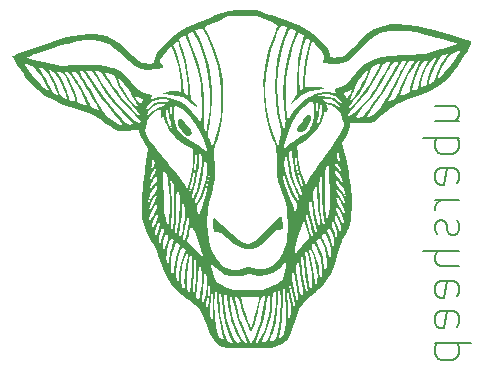
<source format=gbr>
%TF.GenerationSoftware,KiCad,Pcbnew,(6.0.0)*%
%TF.CreationDate,2022-02-16T15:24:19-08:00*%
%TF.ProjectId,LedPracticePanel,4c656450-7261-4637-9469-636550616e65,0*%
%TF.SameCoordinates,Original*%
%TF.FileFunction,Legend,Bot*%
%TF.FilePolarity,Positive*%
%FSLAX46Y46*%
G04 Gerber Fmt 4.6, Leading zero omitted, Abs format (unit mm)*
G04 Created by KiCad (PCBNEW (6.0.0)) date 2022-02-16 15:24:19*
%MOMM*%
%LPD*%
G01*
G04 APERTURE LIST*
%ADD10C,0.150000*%
G04 APERTURE END LIST*
D10*
X48857142Y-28071428D02*
X50857142Y-28071428D01*
X48857142Y-26785714D02*
X50428571Y-26785714D01*
X50714285Y-26928571D01*
X50857142Y-27214285D01*
X50857142Y-27642857D01*
X50714285Y-27928571D01*
X50571428Y-28071428D01*
X50857142Y-29500000D02*
X47857142Y-29500000D01*
X49000000Y-29500000D02*
X48857142Y-29785714D01*
X48857142Y-30357142D01*
X49000000Y-30642857D01*
X49142857Y-30785714D01*
X49428571Y-30928571D01*
X50285714Y-30928571D01*
X50571428Y-30785714D01*
X50714285Y-30642857D01*
X50857142Y-30357142D01*
X50857142Y-29785714D01*
X50714285Y-29500000D01*
X50714285Y-33357142D02*
X50857142Y-33071428D01*
X50857142Y-32500000D01*
X50714285Y-32214285D01*
X50428571Y-32071428D01*
X49285714Y-32071428D01*
X49000000Y-32214285D01*
X48857142Y-32500000D01*
X48857142Y-33071428D01*
X49000000Y-33357142D01*
X49285714Y-33500000D01*
X49571428Y-33500000D01*
X49857142Y-32071428D01*
X50857142Y-34785714D02*
X48857142Y-34785714D01*
X49428571Y-34785714D02*
X49142857Y-34928571D01*
X49000000Y-35071428D01*
X48857142Y-35357142D01*
X48857142Y-35642857D01*
X50714285Y-36500000D02*
X50857142Y-36785714D01*
X50857142Y-37357142D01*
X50714285Y-37642857D01*
X50428571Y-37785714D01*
X50285714Y-37785714D01*
X50000000Y-37642857D01*
X49857142Y-37357142D01*
X49857142Y-36928571D01*
X49714285Y-36642857D01*
X49428571Y-36500000D01*
X49285714Y-36500000D01*
X49000000Y-36642857D01*
X48857142Y-36928571D01*
X48857142Y-37357142D01*
X49000000Y-37642857D01*
X50857142Y-39071428D02*
X47857142Y-39071428D01*
X50857142Y-40357142D02*
X49285714Y-40357142D01*
X49000000Y-40214285D01*
X48857142Y-39928571D01*
X48857142Y-39500000D01*
X49000000Y-39214285D01*
X49142857Y-39071428D01*
X50714285Y-42928571D02*
X50857142Y-42642857D01*
X50857142Y-42071428D01*
X50714285Y-41785714D01*
X50428571Y-41642857D01*
X49285714Y-41642857D01*
X49000000Y-41785714D01*
X48857142Y-42071428D01*
X48857142Y-42642857D01*
X49000000Y-42928571D01*
X49285714Y-43071428D01*
X49571428Y-43071428D01*
X49857142Y-41642857D01*
X50714285Y-45500000D02*
X50857142Y-45214285D01*
X50857142Y-44642857D01*
X50714285Y-44357142D01*
X50428571Y-44214285D01*
X49285714Y-44214285D01*
X49000000Y-44357142D01*
X48857142Y-44642857D01*
X48857142Y-45214285D01*
X49000000Y-45500000D01*
X49285714Y-45642857D01*
X49571428Y-45642857D01*
X49857142Y-44214285D01*
X48857142Y-46928571D02*
X51857142Y-46928571D01*
X49000000Y-46928571D02*
X48857142Y-47214285D01*
X48857142Y-47785714D01*
X49000000Y-48071428D01*
X49142857Y-48214285D01*
X49428571Y-48357142D01*
X50285714Y-48357142D01*
X50571428Y-48214285D01*
X50714285Y-48071428D01*
X50857142Y-47785714D01*
X50857142Y-47214285D01*
X50714285Y-46928571D01*
%TO.C,G\u002A\u002A\u002A*%
G36*
X51753313Y-21877315D02*
G01*
X51607735Y-22149016D01*
X51565778Y-22227322D01*
X51331042Y-22622767D01*
X51063365Y-23040666D01*
X50777008Y-23458034D01*
X50486230Y-23851885D01*
X50205292Y-24199234D01*
X49948455Y-24477097D01*
X49913085Y-24511518D01*
X49600068Y-24790438D01*
X49260123Y-25041498D01*
X48866136Y-25279791D01*
X48390991Y-25520411D01*
X47807574Y-25778453D01*
X47088769Y-26069011D01*
X46578872Y-26271881D01*
X46059065Y-26490860D01*
X45641383Y-26687787D01*
X45293539Y-26880924D01*
X44983244Y-27088534D01*
X44678210Y-27328879D01*
X44346150Y-27620219D01*
X44345353Y-27620941D01*
X43968778Y-27939485D01*
X43642593Y-28147039D01*
X43312798Y-28262529D01*
X42925390Y-28304880D01*
X42426368Y-28293017D01*
X41686784Y-28250848D01*
X41638619Y-28552057D01*
X41635589Y-28571004D01*
X41571398Y-28803032D01*
X41447667Y-29117760D01*
X41292412Y-29441540D01*
X41000429Y-29991921D01*
X41158797Y-30655406D01*
X41296846Y-31245102D01*
X41366907Y-31566069D01*
X41467896Y-32028723D01*
X41542024Y-32419439D01*
X41596865Y-32708500D01*
X41688733Y-33319304D01*
X41696700Y-33396211D01*
X41718319Y-33604891D01*
X41748477Y-33896001D01*
X41780510Y-34463409D01*
X41781078Y-34473463D01*
X41791513Y-35086558D01*
X41790560Y-35290581D01*
X41789338Y-35552244D01*
X41774635Y-35991568D01*
X41772250Y-36062843D01*
X41730422Y-36472961D01*
X41703530Y-36596726D01*
X41654572Y-36822043D01*
X41535418Y-37149535D01*
X41473446Y-37274153D01*
X41363678Y-37494885D01*
X41275005Y-37647725D01*
X41130071Y-37897537D01*
X40984110Y-38181929D01*
X40938254Y-38299842D01*
X40802990Y-38647655D01*
X40702200Y-38994545D01*
X40653419Y-39162436D01*
X40460350Y-39887732D01*
X40434534Y-39963914D01*
X40222575Y-40589407D01*
X40009660Y-41052640D01*
X39952779Y-41176393D01*
X39634839Y-41677924D01*
X39252633Y-42123238D01*
X38900763Y-42441441D01*
X38790040Y-42541570D01*
X38685229Y-42628888D01*
X38317232Y-42935468D01*
X38118361Y-43116396D01*
X37946747Y-43272526D01*
X37713101Y-43526658D01*
X37666474Y-43577373D01*
X37452781Y-43884039D01*
X37327256Y-44135840D01*
X37282035Y-44226552D01*
X37130603Y-44638939D01*
X36974852Y-45155229D01*
X36936780Y-45286407D01*
X36763844Y-45823863D01*
X36598091Y-46227457D01*
X36426477Y-46525262D01*
X36235957Y-46745350D01*
X36228200Y-46752504D01*
X35903778Y-46971488D01*
X35468812Y-47155909D01*
X34980040Y-47281544D01*
X34953035Y-47285706D01*
X34723314Y-47304919D01*
X34362945Y-47320257D01*
X33904237Y-47330922D01*
X33379498Y-47336113D01*
X32821040Y-47335028D01*
X32586771Y-47333062D01*
X32043370Y-47326669D01*
X31633961Y-47316929D01*
X31332581Y-47301361D01*
X31113269Y-47277482D01*
X30950062Y-47242812D01*
X30816997Y-47194870D01*
X30688111Y-47131173D01*
X30583940Y-47071939D01*
X30347229Y-46897620D01*
X30142462Y-46670419D01*
X29951195Y-46362536D01*
X29754986Y-45946169D01*
X29535392Y-45393517D01*
X29527522Y-45373558D01*
X30069373Y-45373558D01*
X30111706Y-45415891D01*
X30154040Y-45373558D01*
X30111706Y-45331225D01*
X30069373Y-45373558D01*
X29527522Y-45373558D01*
X29380393Y-45000411D01*
X29211339Y-44605671D01*
X29057935Y-44279540D01*
X29044365Y-44255021D01*
X29762989Y-44255021D01*
X29774793Y-44432047D01*
X29811723Y-44586899D01*
X29874073Y-44757599D01*
X30027040Y-45146949D01*
X30027040Y-43867148D01*
X30168711Y-43867148D01*
X30187852Y-44306788D01*
X30202239Y-44492211D01*
X30257987Y-45010563D01*
X30278561Y-45146949D01*
X30312745Y-45373558D01*
X30331003Y-45494593D01*
X30414836Y-45910601D01*
X30503037Y-46224889D01*
X30589158Y-46403758D01*
X30667765Y-46483168D01*
X30816330Y-46590399D01*
X30945238Y-46647676D01*
X30999614Y-46625370D01*
X30976570Y-46520630D01*
X30914970Y-46301111D01*
X30828485Y-46016412D01*
X30688452Y-45495351D01*
X30540487Y-44721212D01*
X30443419Y-43914467D01*
X30408380Y-43151058D01*
X30405989Y-42962056D01*
X30400656Y-42856465D01*
X30587610Y-42856465D01*
X30588822Y-43181518D01*
X30605582Y-43573681D01*
X30636057Y-44000379D01*
X30678413Y-44429031D01*
X30730815Y-44827062D01*
X30791430Y-45161891D01*
X30884938Y-45554496D01*
X31012720Y-46007137D01*
X31141414Y-46383037D01*
X31248642Y-46625370D01*
X31260539Y-46652257D01*
X31359614Y-46784859D01*
X31424609Y-46815801D01*
X31616261Y-46853928D01*
X31657241Y-46853312D01*
X31717549Y-46828421D01*
X31700586Y-46736986D01*
X31604862Y-46537725D01*
X31344236Y-45920280D01*
X31106525Y-45108842D01*
X30919368Y-44166029D01*
X30786795Y-43108725D01*
X30786256Y-43103022D01*
X31007209Y-43103022D01*
X31024343Y-43532058D01*
X31047902Y-43815942D01*
X31188743Y-44671625D01*
X31424684Y-45546985D01*
X31737219Y-46368391D01*
X31837337Y-46581727D01*
X31945918Y-46757530D01*
X32043265Y-46828421D01*
X32054724Y-46836766D01*
X32197602Y-46855225D01*
X32352113Y-46840439D01*
X32436429Y-46769100D01*
X32362099Y-46639325D01*
X32360291Y-46637432D01*
X32256578Y-46483855D01*
X32114085Y-46217236D01*
X31953244Y-45881953D01*
X31794486Y-45522382D01*
X31658242Y-45182903D01*
X31564944Y-44907891D01*
X31541103Y-44817622D01*
X31467036Y-44473536D01*
X31394027Y-44056660D01*
X31334916Y-43637891D01*
X31317947Y-43498655D01*
X31270405Y-43136451D01*
X31269649Y-43132131D01*
X31451945Y-43132131D01*
X31470466Y-43405058D01*
X31474067Y-43439194D01*
X31663512Y-44532682D01*
X31987666Y-45528193D01*
X32449006Y-46433389D01*
X32532302Y-46560417D01*
X32710826Y-46769100D01*
X32718735Y-46778345D01*
X32869033Y-46855225D01*
X32883804Y-46854997D01*
X32950326Y-46834818D01*
X32953433Y-46760295D01*
X32885652Y-46600888D01*
X32739506Y-46326058D01*
X32641088Y-46135568D01*
X32390586Y-45560609D01*
X32157485Y-44908145D01*
X31963873Y-44243714D01*
X31831836Y-43632854D01*
X31769673Y-43307567D01*
X31692749Y-43052517D01*
X31675865Y-43027640D01*
X31937333Y-43027640D01*
X31939727Y-43194763D01*
X31980529Y-43473902D01*
X32052066Y-43829154D01*
X32146666Y-44224615D01*
X32256655Y-44624384D01*
X32374360Y-44992558D01*
X32394388Y-45049030D01*
X32559802Y-45477159D01*
X32748862Y-45917736D01*
X32924484Y-46283725D01*
X32953342Y-46338276D01*
X33103523Y-46600740D01*
X33211142Y-46760295D01*
X33228089Y-46785421D01*
X33302504Y-46855225D01*
X33306237Y-46854907D01*
X33339044Y-46821757D01*
X33625373Y-46821757D01*
X33637003Y-46836083D01*
X33745468Y-46855225D01*
X33832149Y-46818405D01*
X33846818Y-46801718D01*
X34133373Y-46801718D01*
X34159474Y-46838048D01*
X34299164Y-46840296D01*
X34521732Y-46773027D01*
X34568662Y-46743885D01*
X34579028Y-46730007D01*
X34895373Y-46730007D01*
X34897545Y-46743024D01*
X34982765Y-46759523D01*
X35200279Y-46687912D01*
X35318941Y-46564314D01*
X35371089Y-46443797D01*
X35587435Y-46443797D01*
X35616347Y-46511552D01*
X35727579Y-46469720D01*
X35892775Y-46324688D01*
X36025069Y-46103233D01*
X36136294Y-45709642D01*
X36207182Y-45173659D01*
X36236215Y-44507294D01*
X36221874Y-43722558D01*
X36221627Y-43716895D01*
X36191120Y-43132049D01*
X36156449Y-42702108D01*
X36115602Y-42412776D01*
X36066568Y-42249760D01*
X36053245Y-42238290D01*
X36298466Y-42238290D01*
X36302382Y-42325558D01*
X36304305Y-42341844D01*
X36328413Y-42602219D01*
X36355849Y-42979372D01*
X36383380Y-43425273D01*
X36407776Y-43891891D01*
X36436812Y-44507294D01*
X36461706Y-45034891D01*
X36584304Y-44612151D01*
X36626788Y-44463145D01*
X36665689Y-44295938D01*
X36681255Y-44135840D01*
X36671037Y-43948319D01*
X36632586Y-43698843D01*
X36563454Y-43352877D01*
X36461192Y-42875891D01*
X36447279Y-42811877D01*
X36375513Y-42497389D01*
X36324376Y-42300880D01*
X36298466Y-42238290D01*
X36053245Y-42238290D01*
X36007332Y-42198764D01*
X35997031Y-42222464D01*
X35979273Y-42381305D01*
X35964480Y-42664853D01*
X35953964Y-43044073D01*
X35950501Y-43357233D01*
X35949034Y-43489931D01*
X35948651Y-43554685D01*
X35927434Y-44238936D01*
X35877890Y-44901382D01*
X35804408Y-45505227D01*
X35711376Y-46013675D01*
X35603182Y-46389928D01*
X35587435Y-46443797D01*
X35371089Y-46443797D01*
X35436248Y-46293210D01*
X35543210Y-45900658D01*
X35635273Y-45411034D01*
X35707885Y-44848710D01*
X35756491Y-44238062D01*
X35776538Y-43603464D01*
X35777319Y-43357233D01*
X35771537Y-42920020D01*
X35754136Y-42625304D01*
X35723631Y-42454722D01*
X35678540Y-42389909D01*
X35633717Y-42404942D01*
X35597869Y-42520907D01*
X35578509Y-42763568D01*
X35572706Y-43154078D01*
X35572525Y-43203467D01*
X35572503Y-43209533D01*
X35511381Y-44175007D01*
X35350651Y-45156043D01*
X35103874Y-46068343D01*
X35081557Y-46135055D01*
X34986939Y-46423713D01*
X34920469Y-46636020D01*
X34895373Y-46730007D01*
X34579028Y-46730007D01*
X34707047Y-46558617D01*
X34849725Y-46243074D01*
X34989685Y-45825638D01*
X35119919Y-45334691D01*
X35233415Y-44798618D01*
X35323163Y-44245801D01*
X35382152Y-43704623D01*
X35403373Y-43203467D01*
X35402838Y-43117077D01*
X35391846Y-42822080D01*
X35369576Y-42615798D01*
X35339873Y-42538521D01*
X35238273Y-42566708D01*
X35161868Y-42666281D01*
X35108599Y-42861674D01*
X35071903Y-43177380D01*
X35062216Y-43344531D01*
X35045216Y-43637891D01*
X35043031Y-43686165D01*
X35009962Y-44186666D01*
X34955459Y-44594392D01*
X34867109Y-44979819D01*
X34732499Y-45413422D01*
X34663806Y-45611232D01*
X34525942Y-45977447D01*
X34397070Y-46284723D01*
X34298056Y-46481749D01*
X34273942Y-46521342D01*
X34173938Y-46701012D01*
X34133373Y-46801718D01*
X33846818Y-46801718D01*
X33984537Y-46645057D01*
X34155589Y-46355288D01*
X34332359Y-45977626D01*
X34501904Y-45540602D01*
X34651278Y-45072745D01*
X34767538Y-44602584D01*
X34790251Y-44485498D01*
X34848498Y-44093075D01*
X34883944Y-43701653D01*
X34896180Y-43344531D01*
X34884798Y-43055011D01*
X34849387Y-42866390D01*
X34789540Y-42811971D01*
X34772813Y-42823991D01*
X34708712Y-42962358D01*
X34707787Y-42964354D01*
X34639547Y-43234003D01*
X34576388Y-43602193D01*
X34519159Y-43964873D01*
X34252067Y-45132682D01*
X33876519Y-46198104D01*
X33853214Y-46253013D01*
X33737561Y-46530279D01*
X33656151Y-46733425D01*
X33625373Y-46821757D01*
X33339044Y-46821757D01*
X33390001Y-46770268D01*
X33510214Y-46557383D01*
X33653320Y-46247556D01*
X33805764Y-45872091D01*
X33953990Y-45462292D01*
X34084443Y-45049463D01*
X34140868Y-44840191D01*
X34235408Y-44435528D01*
X34325052Y-43995575D01*
X34400541Y-43570170D01*
X34452623Y-43209152D01*
X34472040Y-42962358D01*
X34471244Y-42950328D01*
X34409508Y-42905273D01*
X34289007Y-42945187D01*
X34269123Y-42960558D01*
X34165861Y-43040383D01*
X34096188Y-43161175D01*
X33988825Y-43682860D01*
X33846032Y-44304538D01*
X33704009Y-44849285D01*
X33568289Y-45299102D01*
X33444408Y-45635989D01*
X33337901Y-45841948D01*
X33254303Y-45898979D01*
X33212937Y-45862981D01*
X33109252Y-45689692D01*
X32978126Y-45404294D01*
X32832186Y-45039177D01*
X32684063Y-44626733D01*
X32546386Y-44199353D01*
X32431784Y-43789428D01*
X32318407Y-43401327D01*
X32190422Y-43105769D01*
X32066280Y-42970705D01*
X31948612Y-43000430D01*
X31937333Y-43027640D01*
X31675865Y-43027640D01*
X31630335Y-42960558D01*
X32421195Y-42960558D01*
X32478724Y-43278058D01*
X32508624Y-43410579D01*
X32589056Y-43705270D01*
X32700127Y-44075639D01*
X32827225Y-44471644D01*
X32924788Y-44764306D01*
X33053260Y-45136998D01*
X33146721Y-45373804D01*
X33216175Y-45490450D01*
X33272626Y-45502663D01*
X33327077Y-45426169D01*
X33390532Y-45276693D01*
X33426367Y-45177284D01*
X33519855Y-44871015D01*
X33627833Y-44473296D01*
X33737457Y-44034556D01*
X33835887Y-43605223D01*
X33910280Y-43235725D01*
X33959806Y-42960558D01*
X32421195Y-42960558D01*
X31630335Y-42960558D01*
X31601380Y-42917897D01*
X31483336Y-42877188D01*
X31457667Y-42941513D01*
X31451945Y-43132131D01*
X31269649Y-43132131D01*
X31229924Y-42905033D01*
X31188226Y-42775507D01*
X31137033Y-42718980D01*
X31068065Y-42706558D01*
X31050819Y-42714129D01*
X31015888Y-42833136D01*
X31007209Y-43103022D01*
X30786256Y-43103022D01*
X30786167Y-43102083D01*
X30746875Y-42817283D01*
X30695747Y-42614492D01*
X30643679Y-42537225D01*
X30639167Y-42538006D01*
X30603780Y-42631102D01*
X30587610Y-42856465D01*
X30400656Y-42856465D01*
X30390572Y-42656802D01*
X30364039Y-42446328D01*
X30330112Y-42367891D01*
X30322270Y-42369281D01*
X30266215Y-42467914D01*
X30220464Y-42699286D01*
X30187385Y-43031128D01*
X30169345Y-43431171D01*
X30168711Y-43867148D01*
X30027040Y-43867148D01*
X30027040Y-43679807D01*
X30026603Y-43275464D01*
X30025066Y-42853379D01*
X30022621Y-42519982D01*
X30019474Y-42302155D01*
X30015832Y-42226778D01*
X30015067Y-42228913D01*
X29997798Y-42332581D01*
X29963634Y-42567836D01*
X29917137Y-42902543D01*
X29862866Y-43304570D01*
X29813586Y-43682354D01*
X29776018Y-44017798D01*
X29762989Y-44255021D01*
X29044365Y-44255021D01*
X28940597Y-44067532D01*
X28843568Y-43946903D01*
X28597613Y-43706746D01*
X28563227Y-43677845D01*
X29441196Y-43677845D01*
X29470411Y-43877167D01*
X29484484Y-43901015D01*
X29537868Y-43955314D01*
X29583126Y-43915822D01*
X29626079Y-43763825D01*
X29672544Y-43480604D01*
X29728338Y-43047446D01*
X29765677Y-42723187D01*
X29804899Y-42292311D01*
X29812138Y-42021527D01*
X29787405Y-41906916D01*
X29730706Y-41944558D01*
X29716570Y-41971502D01*
X29667724Y-42162386D01*
X29647336Y-42413603D01*
X29637634Y-42576323D01*
X29590787Y-42908378D01*
X29518438Y-43245545D01*
X29495653Y-43337361D01*
X29441196Y-43677845D01*
X28563227Y-43677845D01*
X28265109Y-43427280D01*
X28002019Y-43229889D01*
X29107361Y-43229889D01*
X29124453Y-43370546D01*
X29172937Y-43453347D01*
X29207312Y-43481714D01*
X29266201Y-43470696D01*
X29318238Y-43342769D01*
X29377135Y-43072347D01*
X29438075Y-42727472D01*
X29514540Y-42146822D01*
X29541692Y-41666404D01*
X29518833Y-41306589D01*
X29445264Y-41087746D01*
X29375846Y-40993490D01*
X29328301Y-40968651D01*
X29310017Y-41067111D01*
X29306774Y-41311886D01*
X29304547Y-41404042D01*
X29304448Y-41405448D01*
X29281722Y-41728656D01*
X29239520Y-42128385D01*
X29184526Y-42537225D01*
X29169050Y-42640959D01*
X29122086Y-42997864D01*
X29107361Y-43229889D01*
X28002019Y-43229889D01*
X27880740Y-43138896D01*
X27578710Y-42915940D01*
X27556225Y-42898031D01*
X28617658Y-42898031D01*
X28649341Y-43009878D01*
X28722530Y-43094638D01*
X28761506Y-43128164D01*
X28835674Y-43166478D01*
X28891857Y-43128246D01*
X28939788Y-42990596D01*
X28989202Y-42730657D01*
X29049832Y-42325558D01*
X29095425Y-41955467D01*
X29133115Y-41405448D01*
X29127201Y-40937847D01*
X29078540Y-40579954D01*
X28987991Y-40359058D01*
X28977659Y-40345800D01*
X28912467Y-40273084D01*
X28870572Y-40273215D01*
X28844895Y-40370297D01*
X28834307Y-40509928D01*
X28828354Y-40588433D01*
X28813867Y-40951725D01*
X28810380Y-41036826D01*
X28780217Y-41494809D01*
X28734336Y-41961396D01*
X28681192Y-42347622D01*
X28669168Y-42418749D01*
X28625071Y-42715516D01*
X28617658Y-42898031D01*
X27556225Y-42898031D01*
X27215776Y-42626872D01*
X26903589Y-42356094D01*
X26687285Y-42141332D01*
X26517586Y-41929464D01*
X26155191Y-41340029D01*
X25815433Y-40592165D01*
X25723259Y-40327970D01*
X26480036Y-40327970D01*
X26508584Y-40736076D01*
X26519757Y-40794159D01*
X26589456Y-41074325D01*
X26652778Y-41186770D01*
X26707891Y-41132847D01*
X26752962Y-40913907D01*
X26755994Y-40878961D01*
X26936706Y-40878961D01*
X26945896Y-41232027D01*
X26986245Y-41552941D01*
X27061014Y-41737876D01*
X27071560Y-41751651D01*
X27133087Y-41813198D01*
X27167709Y-41781058D01*
X27183370Y-41630024D01*
X27186677Y-41419874D01*
X27362268Y-41419874D01*
X27372361Y-41769071D01*
X27405547Y-42037492D01*
X27461640Y-42181625D01*
X27485935Y-42205067D01*
X27610831Y-42278140D01*
X27665208Y-42198774D01*
X27650152Y-41965725D01*
X27636209Y-41708557D01*
X27639333Y-41626244D01*
X27811770Y-41626244D01*
X27827732Y-42044249D01*
X27874899Y-42326388D01*
X27946558Y-42522771D01*
X28024583Y-42565163D01*
X28097681Y-42449201D01*
X28111187Y-42383024D01*
X28320379Y-42383024D01*
X28322258Y-42673576D01*
X28355384Y-42804436D01*
X28389039Y-42810153D01*
X28444465Y-42702441D01*
X28495916Y-42472077D01*
X28541566Y-42148475D01*
X28579590Y-41761046D01*
X28608164Y-41339204D01*
X28625461Y-40912360D01*
X28629656Y-40509928D01*
X28619860Y-40191770D01*
X29900040Y-40191770D01*
X29918512Y-40347662D01*
X29972824Y-40616273D01*
X30049331Y-40934654D01*
X30134196Y-41248848D01*
X30213586Y-41504899D01*
X30273663Y-41648849D01*
X30289751Y-41666404D01*
X30312923Y-41691689D01*
X30495482Y-41821453D01*
X30773843Y-41977317D01*
X30867160Y-42021527D01*
X31105298Y-42134348D01*
X31823089Y-42446099D01*
X33073594Y-42436811D01*
X34324098Y-42427524D01*
X35054236Y-42070646D01*
X35225475Y-41984516D01*
X35435962Y-41869880D01*
X36512721Y-41869880D01*
X36524194Y-42062660D01*
X36566578Y-42386471D01*
X36641330Y-42833558D01*
X36728376Y-43285776D01*
X36800158Y-43584443D01*
X36860555Y-43737564D01*
X36914040Y-43756458D01*
X36965089Y-43652440D01*
X36989155Y-43526658D01*
X36970307Y-43384863D01*
X36944399Y-43316610D01*
X36884135Y-43107153D01*
X36804818Y-42799235D01*
X36716756Y-42431606D01*
X36649219Y-42155288D01*
X36576689Y-41908438D01*
X36530705Y-41815887D01*
X36512721Y-41869880D01*
X35435962Y-41869880D01*
X35541575Y-41812361D01*
X35788983Y-41660435D01*
X35925123Y-41553996D01*
X35994457Y-41432748D01*
X36086389Y-41168229D01*
X36091184Y-41148714D01*
X36763559Y-41148714D01*
X36769774Y-41510181D01*
X36808951Y-41922157D01*
X36879670Y-42341189D01*
X36964787Y-42726621D01*
X37044132Y-43026222D01*
X37111713Y-43192871D01*
X37175263Y-43244882D01*
X37242515Y-43200570D01*
X37281885Y-43116396D01*
X37281153Y-42928200D01*
X37215728Y-42621627D01*
X37202810Y-42570053D01*
X37131149Y-42234406D01*
X37057393Y-41823344D01*
X36995632Y-41414161D01*
X36975195Y-41270763D01*
X36921357Y-40974955D01*
X36873689Y-40814296D01*
X37116741Y-40814296D01*
X37149032Y-41272822D01*
X37216184Y-41777067D01*
X37316423Y-42293231D01*
X37339018Y-42390559D01*
X37419804Y-42685911D01*
X37493209Y-42835768D01*
X37572434Y-42857894D01*
X37670676Y-42770058D01*
X37673051Y-42767008D01*
X37703483Y-42628888D01*
X37679675Y-42359448D01*
X37600423Y-41944558D01*
X37594509Y-41917166D01*
X37509623Y-41469293D01*
X37434898Y-40985498D01*
X37385904Y-40565852D01*
X37367310Y-40360401D01*
X37339143Y-40121036D01*
X37308305Y-40012241D01*
X37265340Y-40009653D01*
X37200793Y-40088911D01*
X37163834Y-40169600D01*
X37161932Y-40181421D01*
X37121084Y-40435288D01*
X37116741Y-40814296D01*
X36873689Y-40814296D01*
X36870556Y-40803736D01*
X36828593Y-40779161D01*
X36791728Y-40881205D01*
X36763559Y-41148714D01*
X36091184Y-41148714D01*
X36168468Y-40834166D01*
X36227437Y-40486562D01*
X36250040Y-40181421D01*
X36241213Y-40079854D01*
X36197786Y-40065588D01*
X36095066Y-40155148D01*
X35908362Y-40361550D01*
X35649129Y-40616976D01*
X35141176Y-40954058D01*
X34581364Y-41153299D01*
X33999868Y-41205693D01*
X33426862Y-41102233D01*
X33245838Y-41052869D01*
X33030992Y-41050767D01*
X32773395Y-41132471D01*
X32514965Y-41209356D01*
X32031032Y-41261403D01*
X31535855Y-41224739D01*
X31108071Y-41100857D01*
X30902952Y-40986059D01*
X30605779Y-40776980D01*
X30324904Y-40540797D01*
X30310103Y-40526981D01*
X30102948Y-40340359D01*
X29955932Y-40220136D01*
X29900040Y-40191770D01*
X28619860Y-40191770D01*
X28618923Y-40161320D01*
X28591437Y-39895948D01*
X28558141Y-39785558D01*
X29222706Y-39785558D01*
X29265040Y-39827891D01*
X29307373Y-39785558D01*
X29265040Y-39743225D01*
X29222706Y-39785558D01*
X28558141Y-39785558D01*
X28545373Y-39743225D01*
X28539349Y-39734586D01*
X28495895Y-39737282D01*
X28470646Y-39890938D01*
X28462003Y-40204408D01*
X28461192Y-40243699D01*
X28457717Y-40412090D01*
X28438114Y-40824791D01*
X28406355Y-41295308D01*
X28366537Y-41757004D01*
X28349677Y-41939502D01*
X28320379Y-42383024D01*
X28111187Y-42383024D01*
X28154556Y-42170521D01*
X28166744Y-42067781D01*
X28208242Y-41632841D01*
X28240440Y-41161007D01*
X28262399Y-40686539D01*
X28273181Y-40243699D01*
X28271849Y-39866749D01*
X28257465Y-39589949D01*
X28229090Y-39447562D01*
X28202508Y-39406193D01*
X28152673Y-39390666D01*
X28104063Y-39498015D01*
X28043029Y-39750458D01*
X28013869Y-39890467D01*
X27909439Y-40500336D01*
X27840540Y-41095267D01*
X27811770Y-41626244D01*
X27639333Y-41626244D01*
X27650598Y-41329425D01*
X27688859Y-40880163D01*
X27745964Y-40409117D01*
X27816889Y-39964634D01*
X27896607Y-39595058D01*
X27938521Y-39413626D01*
X27965509Y-39224080D01*
X27950730Y-39150558D01*
X27936360Y-39155283D01*
X27854776Y-39263584D01*
X27749350Y-39483927D01*
X27636482Y-39774947D01*
X27532569Y-40095279D01*
X27454010Y-40403559D01*
X27412108Y-40653209D01*
X27375455Y-41033416D01*
X27362268Y-41419874D01*
X27186677Y-41419874D01*
X27188014Y-41334892D01*
X27194681Y-41085273D01*
X27313117Y-40221956D01*
X27583170Y-39414209D01*
X27688589Y-39165598D01*
X27733018Y-39011408D01*
X27713952Y-38921196D01*
X27635640Y-38849213D01*
X27584588Y-38814746D01*
X27479113Y-38799631D01*
X27382668Y-38924229D01*
X27250325Y-39204242D01*
X27085821Y-39723679D01*
X26976417Y-40303238D01*
X26936706Y-40878961D01*
X26755994Y-40878961D01*
X26786160Y-40531301D01*
X26812206Y-40210721D01*
X26902383Y-39691369D01*
X27061518Y-39205249D01*
X27082184Y-39153494D01*
X27189953Y-38867406D01*
X27235830Y-38689674D01*
X27225795Y-38579661D01*
X27165832Y-38496731D01*
X27065181Y-38422148D01*
X26951740Y-38436307D01*
X26843695Y-38589388D01*
X26725360Y-38895595D01*
X26613384Y-39295953D01*
X26517351Y-39827716D01*
X26480036Y-40327970D01*
X25723259Y-40327970D01*
X25506492Y-39706656D01*
X26108796Y-39706656D01*
X26143404Y-39976058D01*
X26197205Y-40116297D01*
X26267361Y-40159041D01*
X26322015Y-40056432D01*
X26344040Y-39821653D01*
X26344262Y-39805216D01*
X26376407Y-39543037D01*
X26452420Y-39198673D01*
X26557077Y-38842119D01*
X26604197Y-38698664D01*
X26694602Y-38378076D01*
X26706891Y-38266344D01*
X27856261Y-38266344D01*
X28273380Y-38689674D01*
X28547374Y-38967747D01*
X28590542Y-39011408D01*
X28733223Y-39155717D01*
X28802538Y-39224080D01*
X28965186Y-39384494D01*
X29107809Y-39510304D01*
X29178865Y-39545023D01*
X29196125Y-39500526D01*
X29177362Y-39388687D01*
X29141421Y-39261016D01*
X29057114Y-39004362D01*
X28939885Y-38667501D01*
X28802383Y-38284740D01*
X28657259Y-37890385D01*
X28517160Y-37518742D01*
X28394738Y-37204117D01*
X28302641Y-36980817D01*
X28253518Y-36883147D01*
X28252925Y-36882588D01*
X28209793Y-36928266D01*
X28160421Y-37087401D01*
X28131624Y-37209476D01*
X28061586Y-37489566D01*
X27981078Y-37798284D01*
X27879441Y-38179418D01*
X27856261Y-38266344D01*
X26706891Y-38266344D01*
X26716451Y-38179418D01*
X26669651Y-38078189D01*
X26558820Y-38051044D01*
X27523413Y-38051044D01*
X27573422Y-38135982D01*
X27618439Y-38151063D01*
X27684485Y-38082602D01*
X27761763Y-37889483D01*
X27860499Y-37550864D01*
X27968577Y-37110107D01*
X28036125Y-36690718D01*
X28036782Y-36365667D01*
X27973065Y-36102558D01*
X27929758Y-36012894D01*
X27894716Y-36019975D01*
X27863222Y-36155002D01*
X27826367Y-36438367D01*
X27792314Y-36678279D01*
X27709949Y-37119170D01*
X27615181Y-37517110D01*
X27583911Y-37632847D01*
X27526051Y-37896057D01*
X27523413Y-38051044D01*
X26558820Y-38051044D01*
X26554112Y-38049891D01*
X26548647Y-38050109D01*
X26439875Y-38135789D01*
X26334190Y-38349684D01*
X26239915Y-38652756D01*
X26165376Y-39005967D01*
X26118895Y-39370279D01*
X26108796Y-39706656D01*
X25506492Y-39706656D01*
X25501639Y-39692745D01*
X25422403Y-39450941D01*
X25280081Y-39071843D01*
X25139644Y-38754508D01*
X25059600Y-38614720D01*
X25779429Y-38614720D01*
X25818247Y-38843863D01*
X25827111Y-38870970D01*
X25884831Y-39025536D01*
X25914249Y-39065891D01*
X25915515Y-39061431D01*
X25952516Y-38947916D01*
X26027886Y-38723312D01*
X26127120Y-38430891D01*
X26230168Y-38095491D01*
X26271078Y-37858178D01*
X26254088Y-37785760D01*
X27178922Y-37785760D01*
X27218191Y-37858178D01*
X27228105Y-37876462D01*
X27251326Y-37889169D01*
X27317162Y-37846180D01*
X27389866Y-37672113D01*
X27478090Y-37348708D01*
X27553890Y-37003992D01*
X27642810Y-36435325D01*
X27680808Y-35915783D01*
X27666491Y-35499657D01*
X28693963Y-35499657D01*
X28738748Y-35727784D01*
X28751698Y-35768397D01*
X28810588Y-35915783D01*
X28822540Y-35945696D01*
X28877079Y-36017476D01*
X28899279Y-36000702D01*
X28970741Y-35856897D01*
X29066980Y-35589871D01*
X29180311Y-35228678D01*
X29303047Y-34802374D01*
X29427501Y-34340011D01*
X29545987Y-33870645D01*
X29650819Y-33423329D01*
X29734310Y-33027117D01*
X29788773Y-32711064D01*
X29806523Y-32504225D01*
X29805396Y-32468613D01*
X29791552Y-32376963D01*
X29760904Y-32421986D01*
X29709650Y-32613781D01*
X29633987Y-32962444D01*
X29571158Y-33239092D01*
X29363598Y-33945892D01*
X29106176Y-34605262D01*
X28821455Y-35156284D01*
X28739577Y-35305638D01*
X28693963Y-35499657D01*
X27666491Y-35499657D01*
X27665889Y-35482154D01*
X27596060Y-35171225D01*
X27558361Y-35082297D01*
X27516123Y-35008185D01*
X27486368Y-35023660D01*
X27463451Y-35148585D01*
X27441726Y-35402819D01*
X27415547Y-35806225D01*
X27395863Y-36073609D01*
X27350879Y-36530968D01*
X27297163Y-36950017D01*
X27242479Y-37265312D01*
X27231087Y-37318428D01*
X27179630Y-37611905D01*
X27178922Y-37785760D01*
X26254088Y-37785760D01*
X26241567Y-37732391D01*
X26149086Y-37647739D01*
X26057712Y-37658906D01*
X25970500Y-37805374D01*
X25871589Y-38103030D01*
X25811299Y-38337180D01*
X25779429Y-38614720D01*
X25059600Y-38614720D01*
X25022394Y-38549745D01*
X24925184Y-38412291D01*
X24745972Y-38107675D01*
X25466962Y-38107675D01*
X25493505Y-38293504D01*
X25504794Y-38313298D01*
X25567086Y-38384206D01*
X25611023Y-38303891D01*
X25637904Y-38221736D01*
X25710826Y-38003851D01*
X25802830Y-37732238D01*
X25872947Y-37499203D01*
X26834839Y-37499203D01*
X26900232Y-37596761D01*
X26969191Y-37545145D01*
X27040013Y-37346186D01*
X27107203Y-37020919D01*
X27167115Y-36591129D01*
X27216100Y-36078597D01*
X27250509Y-35505107D01*
X27255367Y-35390437D01*
X27269131Y-34965249D01*
X27268605Y-34878570D01*
X28513114Y-34878570D01*
X28522359Y-34965249D01*
X28532528Y-35060597D01*
X28579484Y-35100533D01*
X28651328Y-35049126D01*
X28757702Y-34878332D01*
X28913152Y-34569381D01*
X29108989Y-34111408D01*
X29288668Y-33577785D01*
X29426588Y-33041285D01*
X29517245Y-32533387D01*
X29555132Y-32085568D01*
X29534747Y-31729305D01*
X29450584Y-31496076D01*
X29403946Y-31450500D01*
X29361862Y-31474993D01*
X29324004Y-31600641D01*
X29283901Y-31849943D01*
X29235081Y-32245396D01*
X29193610Y-32560465D01*
X29046456Y-33342098D01*
X28850994Y-34035820D01*
X28617595Y-34602049D01*
X28616618Y-34603970D01*
X28513114Y-34878570D01*
X27268605Y-34878570D01*
X27267308Y-34664811D01*
X27246904Y-34452967D01*
X27239576Y-34425139D01*
X28284670Y-34425139D01*
X28294491Y-34578558D01*
X28353630Y-34615004D01*
X28445650Y-34527189D01*
X28552614Y-34316628D01*
X28667321Y-34007661D01*
X28782572Y-33624626D01*
X28891166Y-33191863D01*
X28985904Y-32733710D01*
X29059586Y-32274508D01*
X29105011Y-31838595D01*
X29120294Y-31602251D01*
X29130502Y-31309474D01*
X29116806Y-31124246D01*
X29074800Y-31008116D01*
X29000081Y-30922631D01*
X28940638Y-30871239D01*
X28875373Y-30843043D01*
X28857394Y-30927574D01*
X28868454Y-31110051D01*
X28871043Y-31152757D01*
X28874435Y-31514490D01*
X28829654Y-32037912D01*
X28740564Y-32618313D01*
X28615775Y-33201153D01*
X28463895Y-33731891D01*
X28462324Y-33736600D01*
X28341938Y-34137870D01*
X28284670Y-34425139D01*
X27239576Y-34425139D01*
X27204927Y-34293562D01*
X27138386Y-34150441D01*
X27076171Y-34035842D01*
X28061631Y-34035842D01*
X28074541Y-34132223D01*
X28123070Y-34109188D01*
X28206675Y-33943558D01*
X28329465Y-33597635D01*
X28461441Y-33103328D01*
X28568932Y-32566782D01*
X28646300Y-32028630D01*
X28687907Y-31529509D01*
X28688117Y-31110051D01*
X28641291Y-30810891D01*
X28640435Y-30808225D01*
X28598619Y-30700760D01*
X28573014Y-30710174D01*
X28559014Y-30853947D01*
X28552011Y-31149558D01*
X28550653Y-31223803D01*
X28446972Y-32330089D01*
X28194136Y-33407097D01*
X28144831Y-33577544D01*
X28084880Y-33843222D01*
X28061631Y-34035842D01*
X27076171Y-34035842D01*
X26980106Y-33858891D01*
X26949524Y-34798617D01*
X26923621Y-35594558D01*
X26919613Y-35715845D01*
X26900991Y-36236692D01*
X26882305Y-36697500D01*
X26864810Y-37070965D01*
X26849764Y-37329781D01*
X26838421Y-37446641D01*
X26834839Y-37499203D01*
X25872947Y-37499203D01*
X25882160Y-37468583D01*
X25901409Y-37290626D01*
X25854231Y-37187549D01*
X25819771Y-37155130D01*
X25750958Y-37122789D01*
X25693198Y-37179666D01*
X25630044Y-37351003D01*
X25545047Y-37662045D01*
X25513678Y-37791802D01*
X25466962Y-38107675D01*
X24745972Y-38107675D01*
X24636125Y-37920963D01*
X24491883Y-37613419D01*
X25117783Y-37613419D01*
X25200170Y-37845702D01*
X25267122Y-37930745D01*
X25315547Y-37949577D01*
X25325347Y-37817966D01*
X25337958Y-37717895D01*
X25399401Y-37473049D01*
X25494230Y-37190998D01*
X25516741Y-37130005D01*
X25602430Y-36809366D01*
X25584144Y-36618590D01*
X25579657Y-36610900D01*
X25520707Y-36567533D01*
X25448477Y-36645453D01*
X25343500Y-36864558D01*
X25296681Y-36976956D01*
X25193145Y-37253005D01*
X25128409Y-37464702D01*
X25117783Y-37613419D01*
X24491883Y-37613419D01*
X24374893Y-37363979D01*
X24286356Y-37117459D01*
X24859776Y-37117459D01*
X24903560Y-37287891D01*
X24969341Y-37365048D01*
X24988077Y-37298478D01*
X25013073Y-37190839D01*
X25092855Y-36968582D01*
X25208211Y-36694430D01*
X25302194Y-36456719D01*
X25378628Y-36188522D01*
X25395834Y-36006510D01*
X25380476Y-35935587D01*
X25341969Y-35907942D01*
X25269788Y-36000346D01*
X25145095Y-36229558D01*
X25063133Y-36397745D01*
X24942704Y-36685191D01*
X24872955Y-36906891D01*
X24859776Y-37117459D01*
X24286356Y-37117459D01*
X24178733Y-36817798D01*
X24173507Y-36799648D01*
X24124655Y-36540558D01*
X24661332Y-36540558D01*
X24724250Y-36529285D01*
X24845525Y-36373205D01*
X25017676Y-36073651D01*
X25137709Y-35832579D01*
X25281023Y-35462629D01*
X25312392Y-35208063D01*
X25311602Y-35201520D01*
X25290587Y-35072581D01*
X25256254Y-35049927D01*
X25187398Y-35148413D01*
X25062814Y-35382891D01*
X24983748Y-35542111D01*
X24841609Y-35859004D01*
X24740592Y-36123040D01*
X24740492Y-36123347D01*
X24664253Y-36405689D01*
X24661332Y-36540558D01*
X24124655Y-36540558D01*
X24084157Y-36325771D01*
X24045924Y-35797192D01*
X24585103Y-35797192D01*
X24601319Y-35886910D01*
X24626651Y-35903619D01*
X24670676Y-35763891D01*
X24735108Y-35601739D01*
X24865204Y-35342360D01*
X25028314Y-35055133D01*
X25141350Y-34855533D01*
X25261745Y-34603052D01*
X25328116Y-34411981D01*
X25335749Y-34305179D01*
X25279932Y-34305506D01*
X25155956Y-34435824D01*
X25065700Y-34569534D01*
X24915473Y-34837177D01*
X24770657Y-35136710D01*
X24679489Y-35367701D01*
X24603507Y-35626920D01*
X24585103Y-35797192D01*
X24045924Y-35797192D01*
X24039503Y-35708419D01*
X24039060Y-34966433D01*
X24044351Y-34862799D01*
X24585619Y-34862799D01*
X24603518Y-34964526D01*
X24629573Y-34986698D01*
X24681228Y-34852031D01*
X24727545Y-34751989D01*
X24862692Y-34527790D01*
X25037950Y-34279798D01*
X25119958Y-34164388D01*
X25270260Y-33887346D01*
X25324995Y-33667659D01*
X25321950Y-33435558D01*
X25113444Y-33689558D01*
X25063044Y-33754839D01*
X24886502Y-34024423D01*
X24730789Y-34312466D01*
X24681817Y-34426557D01*
X24603367Y-34679347D01*
X24585619Y-34862799D01*
X24044351Y-34862799D01*
X24082342Y-34118654D01*
X24085552Y-34083978D01*
X24584624Y-34083978D01*
X24590079Y-34095109D01*
X24646146Y-34071298D01*
X24725216Y-33925745D01*
X24738098Y-33896713D01*
X24886481Y-33655643D01*
X25080192Y-33429664D01*
X25114921Y-33395380D01*
X25280123Y-33161418D01*
X25325347Y-32890551D01*
X25324865Y-32844408D01*
X25315219Y-32679448D01*
X25277377Y-32658019D01*
X25188734Y-32758225D01*
X25092733Y-32905763D01*
X24951705Y-33159728D01*
X24802987Y-33455570D01*
X24801580Y-33458522D01*
X24680028Y-33737057D01*
X24602105Y-33961669D01*
X24584624Y-34083978D01*
X24085552Y-34083978D01*
X24168864Y-33183924D01*
X24169410Y-33179686D01*
X24668238Y-33179686D01*
X24673311Y-33181996D01*
X24746089Y-33123259D01*
X24860211Y-32959539D01*
X24991338Y-32734951D01*
X25115132Y-32493613D01*
X25207257Y-32279641D01*
X25243373Y-32137150D01*
X25243373Y-32083664D01*
X25738218Y-32083664D01*
X25791114Y-32294420D01*
X25793220Y-32304050D01*
X25810721Y-32470429D01*
X25828081Y-32772747D01*
X25832703Y-32890551D01*
X25844108Y-33181274D01*
X25857611Y-33666279D01*
X25857636Y-33667659D01*
X25867399Y-34198033D01*
X25869112Y-34305179D01*
X25872459Y-34514496D01*
X25887175Y-35087795D01*
X25893037Y-35208063D01*
X25908729Y-35530028D01*
X25939173Y-35867337D01*
X25961454Y-36006510D01*
X25980562Y-36125865D01*
X26034947Y-36331754D01*
X26097417Y-36508380D01*
X26187082Y-36717689D01*
X26246810Y-36809366D01*
X26252365Y-36817893D01*
X26261351Y-36820416D01*
X26304389Y-36740714D01*
X26340488Y-36526810D01*
X26368585Y-36208086D01*
X26387617Y-35813924D01*
X26396520Y-35373708D01*
X26394230Y-34916820D01*
X26379684Y-34472642D01*
X26351817Y-34070558D01*
X26328865Y-33834869D01*
X26271980Y-33344322D01*
X26216079Y-33012225D01*
X26426827Y-33012225D01*
X26491267Y-33647225D01*
X26526968Y-34141167D01*
X26548264Y-34752948D01*
X26553419Y-35373708D01*
X26553740Y-35412376D01*
X26542902Y-36058290D01*
X26515261Y-36629531D01*
X26505018Y-36878931D01*
X26519560Y-37150517D01*
X26566138Y-37289856D01*
X26567269Y-37290626D01*
X26579666Y-37299062D01*
X26633606Y-37237835D01*
X26679577Y-37020373D01*
X26716731Y-36657198D01*
X26744221Y-36158833D01*
X26761198Y-35535798D01*
X26766815Y-34798617D01*
X26765054Y-34356492D01*
X26757175Y-33974961D01*
X26739784Y-33705771D01*
X26709483Y-33518319D01*
X26662869Y-33382004D01*
X26596542Y-33266225D01*
X26426827Y-33012225D01*
X26216079Y-33012225D01*
X26210441Y-32978734D01*
X26136448Y-32706397D01*
X26042202Y-32495602D01*
X25919904Y-32314641D01*
X25738218Y-32083664D01*
X25243373Y-32083664D01*
X25243373Y-31916213D01*
X25104287Y-32114787D01*
X25049621Y-32203637D01*
X24924634Y-32451863D01*
X24804318Y-32736769D01*
X24742925Y-32905244D01*
X24681749Y-33097031D01*
X24668238Y-33179686D01*
X24169410Y-33179686D01*
X24298141Y-32181084D01*
X24310181Y-32098633D01*
X24836736Y-32098633D01*
X24895516Y-32084310D01*
X25021434Y-31915353D01*
X25044373Y-31878308D01*
X25115167Y-31663095D01*
X25087889Y-31386186D01*
X25018141Y-31064891D01*
X24961424Y-31340058D01*
X24910384Y-31591869D01*
X24855646Y-31869225D01*
X24840324Y-31956995D01*
X24836736Y-32098633D01*
X24310181Y-32098633D01*
X24543139Y-30503276D01*
X24173590Y-29854800D01*
X24109882Y-29739966D01*
X23953624Y-29428639D01*
X23844849Y-29167314D01*
X23804040Y-29003191D01*
X23796462Y-28929183D01*
X24337147Y-28929183D01*
X24385457Y-29122000D01*
X24505029Y-29376523D01*
X24670343Y-29672482D01*
X24937211Y-30076600D01*
X25288249Y-30544730D01*
X25736549Y-31094171D01*
X26226987Y-31663095D01*
X26295201Y-31742225D01*
X26356392Y-31812152D01*
X26445078Y-31916213D01*
X26688041Y-32201296D01*
X27006553Y-32590104D01*
X27278354Y-32936909D01*
X27469870Y-33200043D01*
X27500483Y-33245063D01*
X27674042Y-33489750D01*
X27808904Y-33662808D01*
X27878050Y-33729210D01*
X27946176Y-33653809D01*
X28024499Y-33441309D01*
X28106944Y-33123279D01*
X28187638Y-32731300D01*
X28260705Y-32296954D01*
X28320271Y-31851821D01*
X28360461Y-31427483D01*
X28375400Y-31055521D01*
X28376040Y-30453484D01*
X27889206Y-30191822D01*
X27871438Y-30182257D01*
X27419841Y-29923478D01*
X27081314Y-29687675D01*
X26811729Y-29439919D01*
X26566956Y-29145284D01*
X26341222Y-28828185D01*
X26135834Y-28474379D01*
X26011608Y-28142967D01*
X25944390Y-27781016D01*
X25892464Y-27342579D01*
X25792600Y-27637402D01*
X25785941Y-27656994D01*
X25720498Y-27826894D01*
X25677638Y-27852055D01*
X25633968Y-27748925D01*
X25609412Y-27587118D01*
X25630131Y-27346758D01*
X25635318Y-27274676D01*
X26095681Y-27274676D01*
X26109016Y-27562132D01*
X26156922Y-27887381D01*
X26233915Y-28203580D01*
X26334512Y-28463881D01*
X26395518Y-28579394D01*
X26497899Y-28752924D01*
X26555311Y-28821225D01*
X26563733Y-28815593D01*
X26565726Y-28707074D01*
X26528348Y-28495017D01*
X26461050Y-28225036D01*
X26373283Y-27942746D01*
X26363807Y-27914300D01*
X26289742Y-27594867D01*
X26259373Y-27281583D01*
X26258404Y-27216798D01*
X26254605Y-27191391D01*
X26434657Y-27191391D01*
X26438734Y-27328630D01*
X26463836Y-27603681D01*
X26501869Y-27755331D01*
X26542687Y-27772664D01*
X26576143Y-27644767D01*
X26592089Y-27360725D01*
X26590158Y-27285668D01*
X26767373Y-27285668D01*
X26769528Y-27360725D01*
X26780413Y-27739809D01*
X26856057Y-28297869D01*
X27000283Y-28707074D01*
X27015277Y-28749616D01*
X27276379Y-29127592D01*
X27657665Y-29464337D01*
X28177442Y-29792391D01*
X28388000Y-29912858D01*
X28745024Y-30125845D01*
X29052294Y-30319400D01*
X29246696Y-30453484D01*
X29260274Y-30462849D01*
X29568038Y-30697592D01*
X29510235Y-30457908D01*
X29474569Y-30320348D01*
X29259477Y-29697789D01*
X28962916Y-29059754D01*
X28607464Y-28442617D01*
X28215701Y-27882750D01*
X27810207Y-27416529D01*
X27413560Y-27080325D01*
X27128150Y-26896840D01*
X26933071Y-26809258D01*
X26824466Y-26839609D01*
X26777509Y-26995783D01*
X26767373Y-27285668D01*
X26590158Y-27285668D01*
X26584803Y-27077520D01*
X26556943Y-26867512D01*
X26513373Y-26789225D01*
X26485650Y-26812063D01*
X26447160Y-26957017D01*
X26434657Y-27191391D01*
X26254605Y-27191391D01*
X26230805Y-27032241D01*
X26164045Y-27007480D01*
X26122399Y-27071859D01*
X26095681Y-27274676D01*
X25635318Y-27274676D01*
X25641723Y-27185667D01*
X25559427Y-27132711D01*
X25372006Y-27193098D01*
X25069449Y-27367191D01*
X24996814Y-27414602D01*
X24770379Y-27594663D01*
X24694420Y-27695187D01*
X24613624Y-27802113D01*
X24498245Y-28084038D01*
X24480232Y-28155075D01*
X24429159Y-28356496D01*
X24406708Y-28445038D01*
X24395935Y-28487523D01*
X24350131Y-28716846D01*
X24337147Y-28929183D01*
X23796462Y-28929183D01*
X23791383Y-28879579D01*
X23716424Y-28830874D01*
X23528873Y-28855798D01*
X23351533Y-28888987D01*
X22815552Y-28955927D01*
X22344019Y-28965594D01*
X21983706Y-28916159D01*
X21902157Y-28886802D01*
X21644043Y-28752345D01*
X21330073Y-28550252D01*
X21010040Y-28311449D01*
X20864007Y-28196095D01*
X20446351Y-27896998D01*
X20021064Y-27647526D01*
X19548275Y-27428446D01*
X18988113Y-27220524D01*
X18300706Y-27004526D01*
X17381973Y-26702619D01*
X16556928Y-26357183D01*
X15849122Y-25965974D01*
X15232111Y-25512005D01*
X14679451Y-24978291D01*
X14164698Y-24347846D01*
X14016241Y-24141470D01*
X13788443Y-23809431D01*
X13563839Y-23467155D01*
X13488926Y-23347959D01*
X14124619Y-23347959D01*
X14310422Y-23642902D01*
X14721692Y-24194751D01*
X15205519Y-24744844D01*
X15487947Y-25030636D01*
X15760032Y-25284829D01*
X15981168Y-25469487D01*
X16129716Y-25566627D01*
X16184040Y-25558261D01*
X16148538Y-25424687D01*
X16037069Y-25178061D01*
X15871684Y-24868048D01*
X15675042Y-24534694D01*
X15469804Y-24218045D01*
X15278629Y-23958147D01*
X15108948Y-23756379D01*
X14958925Y-23608692D01*
X15348011Y-23608692D01*
X15372575Y-23700810D01*
X15476669Y-23877461D01*
X15670457Y-24164757D01*
X15694230Y-24199639D01*
X15917738Y-24559135D01*
X16121764Y-24936215D01*
X16264775Y-25254711D01*
X16322542Y-25399126D01*
X16410038Y-25558261D01*
X16485911Y-25696255D01*
X16660007Y-25847179D01*
X16813518Y-25913774D01*
X16897049Y-25918313D01*
X16896101Y-25817456D01*
X16828859Y-25582725D01*
X16786938Y-25452580D01*
X16603042Y-24994276D01*
X16377168Y-24556682D01*
X16128607Y-24167722D01*
X15876650Y-23855321D01*
X15825368Y-23810153D01*
X16174281Y-23810153D01*
X16234345Y-23939273D01*
X16377929Y-24183507D01*
X16445294Y-24297377D01*
X16790709Y-24976002D01*
X17045789Y-25683310D01*
X17107374Y-25859197D01*
X17146047Y-25918313D01*
X17233079Y-26051349D01*
X17427762Y-26168300D01*
X17697818Y-26277539D01*
X17571693Y-25834882D01*
X17460440Y-25494326D01*
X17255665Y-25009575D01*
X17017393Y-24565734D01*
X16764791Y-24193509D01*
X16550584Y-23960165D01*
X16861373Y-23960165D01*
X16895100Y-24020856D01*
X16999633Y-24187386D01*
X17150313Y-24419177D01*
X17186547Y-24476901D01*
X17355891Y-24798454D01*
X17528913Y-25193884D01*
X17673268Y-25590733D01*
X17726430Y-25757062D01*
X17820555Y-26050709D01*
X17886911Y-26256559D01*
X17893818Y-26277539D01*
X17913669Y-26337842D01*
X17914165Y-26338872D01*
X18001699Y-26382306D01*
X18162131Y-26411107D01*
X18316383Y-26416547D01*
X18385373Y-26389899D01*
X18385087Y-26379694D01*
X18345017Y-26190140D01*
X18249240Y-25895827D01*
X18114982Y-25540263D01*
X17959464Y-25166956D01*
X17799909Y-24819414D01*
X17653541Y-24541146D01*
X17566863Y-24396907D01*
X17399439Y-24157635D01*
X17254991Y-24027770D01*
X17102279Y-23975243D01*
X16933929Y-23956342D01*
X16861373Y-23960165D01*
X16550584Y-23960165D01*
X16525728Y-23933089D01*
X17557551Y-23933089D01*
X17564377Y-24005496D01*
X17644199Y-24159700D01*
X17805614Y-24426460D01*
X17836116Y-24477964D01*
X17982922Y-24764823D01*
X18141733Y-25123454D01*
X18295375Y-25509028D01*
X18426678Y-25876713D01*
X18518468Y-26181680D01*
X18553574Y-26379099D01*
X18555286Y-26389899D01*
X18557897Y-26406369D01*
X18677176Y-26531817D01*
X18950789Y-26654266D01*
X19089234Y-26700865D01*
X19285359Y-26764336D01*
X19374122Y-26789225D01*
X19394729Y-26729365D01*
X19342325Y-26550794D01*
X19226569Y-26279540D01*
X19060996Y-25941885D01*
X18859138Y-25564114D01*
X18634530Y-25172513D01*
X18400704Y-24793364D01*
X18171196Y-24452953D01*
X18127111Y-24392252D01*
X17931650Y-24147357D01*
X17765749Y-23975436D01*
X17705368Y-23937884D01*
X18105153Y-23937884D01*
X18106010Y-24016391D01*
X18124762Y-24045355D01*
X18228627Y-24203787D01*
X18390170Y-24448935D01*
X18583314Y-24741202D01*
X18648770Y-24842557D01*
X18891094Y-25247158D01*
X19142160Y-25701932D01*
X19356995Y-26126362D01*
X19495192Y-26410966D01*
X19639728Y-26676545D01*
X19678496Y-26729365D01*
X19765513Y-26847923D01*
X19899648Y-26960184D01*
X20069232Y-27048411D01*
X20176306Y-27093470D01*
X20349157Y-27149643D01*
X20417373Y-27145111D01*
X20409947Y-27125359D01*
X20335458Y-26984708D01*
X20191114Y-26730001D01*
X19989506Y-26382998D01*
X19743229Y-25965459D01*
X19464873Y-25499145D01*
X19342811Y-25296069D01*
X19055175Y-24821868D01*
X18834883Y-24469561D01*
X18668557Y-24221291D01*
X18542818Y-24059202D01*
X18444286Y-23965438D01*
X18359584Y-23922140D01*
X18275333Y-23911453D01*
X18251105Y-23911584D01*
X18105153Y-23937884D01*
X17705368Y-23937884D01*
X17661429Y-23910558D01*
X17615124Y-23911719D01*
X17557551Y-23933089D01*
X16525728Y-23933089D01*
X16517025Y-23923608D01*
X16441298Y-23877288D01*
X18785531Y-23877288D01*
X18790564Y-23925558D01*
X18863842Y-24094036D01*
X19000249Y-24349893D01*
X19183192Y-24660455D01*
X19195199Y-24680038D01*
X19418850Y-25048492D01*
X19692030Y-25503710D01*
X19981285Y-25989721D01*
X20253163Y-26450558D01*
X20340169Y-26598053D01*
X20561908Y-26966599D01*
X20672864Y-27145111D01*
X20753282Y-27274491D01*
X20896233Y-27493040D01*
X20972699Y-27593558D01*
X21079318Y-27679605D01*
X21280276Y-27836701D01*
X21527514Y-28027072D01*
X21723631Y-28165421D01*
X21986212Y-28321093D01*
X22219110Y-28430656D01*
X22385704Y-28477506D01*
X22449373Y-28445038D01*
X22442258Y-28430061D01*
X22355279Y-28315537D01*
X22190211Y-28118901D01*
X21973440Y-27871925D01*
X21633223Y-27475289D01*
X21121474Y-26831903D01*
X20596395Y-26125158D01*
X20095268Y-25405680D01*
X19655373Y-24724094D01*
X19403702Y-24329698D01*
X19189491Y-24036983D01*
X19023740Y-23872461D01*
X18899905Y-23825891D01*
X19318532Y-23825891D01*
X19668164Y-24397391D01*
X20279497Y-25350606D01*
X20962609Y-26320118D01*
X21647944Y-27199631D01*
X22308951Y-27953391D01*
X22426250Y-28074910D01*
X22645223Y-28271990D01*
X22822091Y-28370827D01*
X22997877Y-28397891D01*
X23006520Y-28397870D01*
X23203954Y-28385291D01*
X23309213Y-28356496D01*
X23289271Y-28315937D01*
X23171333Y-28171658D01*
X22965608Y-27943703D01*
X22690871Y-27652713D01*
X22365895Y-27319330D01*
X22163795Y-27110621D01*
X21520228Y-26385974D01*
X20938296Y-25639340D01*
X20445478Y-24907705D01*
X20069254Y-24228058D01*
X20005539Y-24100009D01*
X19891369Y-23921480D01*
X19799089Y-23861677D01*
X20093988Y-23861677D01*
X20292299Y-24253026D01*
X20588764Y-24784523D01*
X21137296Y-25601587D01*
X21796297Y-26429575D01*
X22539556Y-27233725D01*
X22564145Y-27258422D01*
X22956713Y-27645678D01*
X23254355Y-27922067D01*
X23474433Y-28101842D01*
X23634307Y-28199254D01*
X23751339Y-28228558D01*
X23900554Y-28209372D01*
X23973373Y-28155075D01*
X23970049Y-28145173D01*
X23887186Y-28037945D01*
X23709771Y-27843217D01*
X23460264Y-27584984D01*
X23161123Y-27287242D01*
X22460705Y-26555382D01*
X21645061Y-25552028D01*
X20980562Y-24537474D01*
X20943242Y-24472981D01*
X20767961Y-24187861D01*
X20672947Y-24068028D01*
X20925373Y-24068028D01*
X20926402Y-24073822D01*
X20983510Y-24186283D01*
X21115237Y-24405698D01*
X21303753Y-24703176D01*
X21531228Y-25049822D01*
X21542652Y-25066862D01*
X21741029Y-25342869D01*
X21995597Y-25670132D01*
X22288273Y-26028334D01*
X22600977Y-26397154D01*
X22915627Y-26756273D01*
X23214142Y-27085372D01*
X23478441Y-27364133D01*
X23690443Y-27572235D01*
X23832066Y-27689359D01*
X23885230Y-27695187D01*
X23869603Y-27613744D01*
X24430013Y-27613744D01*
X24523691Y-27553038D01*
X24730511Y-27379839D01*
X24810104Y-27317655D01*
X25109633Y-27134849D01*
X25422495Y-26997640D01*
X25554272Y-26949310D01*
X25787272Y-26840078D01*
X25924557Y-26742251D01*
X25966536Y-26675327D01*
X25921557Y-26630720D01*
X25735983Y-26619891D01*
X25715259Y-26620296D01*
X25404588Y-26693881D01*
X25065171Y-26868320D01*
X24757004Y-27106013D01*
X24540086Y-27369360D01*
X24525641Y-27394573D01*
X24435366Y-27561182D01*
X24430013Y-27613744D01*
X23869603Y-27613744D01*
X23865760Y-27593713D01*
X23739720Y-27359638D01*
X23632172Y-27219857D01*
X24336454Y-27219857D01*
X24411791Y-27198464D01*
X24554866Y-27040230D01*
X24608092Y-26973729D01*
X24956433Y-26693200D01*
X25415834Y-26515593D01*
X25958807Y-26452417D01*
X26085242Y-26451045D01*
X26302392Y-26437515D01*
X26384645Y-26404291D01*
X26356548Y-26344725D01*
X26285282Y-26305460D01*
X26065120Y-26258267D01*
X25765738Y-26241540D01*
X25269483Y-26311045D01*
X24827107Y-26525688D01*
X24476244Y-26881094D01*
X24439353Y-26935475D01*
X24434048Y-26943295D01*
X24340119Y-27127202D01*
X24336454Y-27219857D01*
X23632172Y-27219857D01*
X23514963Y-27067520D01*
X23212440Y-26746891D01*
X23183840Y-26718737D01*
X22797802Y-26276201D01*
X22425917Y-25747317D01*
X22108516Y-25194875D01*
X21885930Y-24681667D01*
X21883579Y-24674811D01*
X21803163Y-24478553D01*
X22026040Y-24478553D01*
X22078342Y-24707292D01*
X22220662Y-25028774D01*
X22431961Y-25408050D01*
X22691195Y-25810169D01*
X22977324Y-26200183D01*
X23269306Y-26543142D01*
X23509747Y-26786280D01*
X23672852Y-26920969D01*
X23741847Y-26935475D01*
X23709695Y-26828494D01*
X23569362Y-26598725D01*
X23498786Y-26489253D01*
X23332131Y-26196773D01*
X23266500Y-26056610D01*
X23465373Y-26056610D01*
X23472600Y-26090791D01*
X23555431Y-26246117D01*
X23701066Y-26442943D01*
X23936758Y-26725264D01*
X24039732Y-26499261D01*
X24062820Y-26448257D01*
X24129759Y-26279462D01*
X24121247Y-26209926D01*
X24036873Y-26196036D01*
X23897089Y-26161193D01*
X23698206Y-26074057D01*
X23641087Y-26045393D01*
X23504313Y-26001840D01*
X23465373Y-26056610D01*
X23266500Y-26056610D01*
X23213096Y-25942558D01*
X23111555Y-25735097D01*
X22952551Y-25478716D01*
X22759027Y-25203737D01*
X22552480Y-24936681D01*
X22354410Y-24704070D01*
X22186314Y-24532426D01*
X22069692Y-24448271D01*
X22026040Y-24478126D01*
X22026040Y-24478553D01*
X21803163Y-24478553D01*
X21766183Y-24388302D01*
X21636812Y-24217067D01*
X21457259Y-24110167D01*
X21181715Y-24017402D01*
X20994334Y-24002441D01*
X20925373Y-24068028D01*
X20672947Y-24068028D01*
X20632732Y-24017309D01*
X20507327Y-23929917D01*
X20361514Y-23894274D01*
X20093988Y-23861677D01*
X19799089Y-23861677D01*
X19770621Y-23843228D01*
X19597081Y-23825891D01*
X19318532Y-23825891D01*
X18899905Y-23825891D01*
X18893427Y-23823455D01*
X18785531Y-23877288D01*
X16441298Y-23877288D01*
X16293262Y-23786738D01*
X16280326Y-23782997D01*
X16191639Y-23767582D01*
X16174281Y-23810153D01*
X15825368Y-23810153D01*
X15640588Y-23647403D01*
X15439711Y-23571891D01*
X15392814Y-23574995D01*
X15348011Y-23608692D01*
X14958925Y-23608692D01*
X14903547Y-23554176D01*
X14707055Y-23432115D01*
X14470044Y-23353215D01*
X14267825Y-23307280D01*
X14134666Y-23299188D01*
X14124619Y-23347959D01*
X13488926Y-23347959D01*
X13361075Y-23144531D01*
X13198794Y-22871445D01*
X13117330Y-22718503D01*
X14321373Y-22718503D01*
X14373958Y-22747045D01*
X14567036Y-22810366D01*
X14876763Y-22897904D01*
X15276483Y-23002191D01*
X15739540Y-23115761D01*
X17157706Y-23453553D01*
X18385373Y-23375436D01*
X18802099Y-23354691D01*
X19605535Y-23347123D01*
X20352810Y-23382005D01*
X21007468Y-23457081D01*
X21533052Y-23570097D01*
X21675649Y-23618845D01*
X22162516Y-23881093D01*
X22661712Y-24287760D01*
X23152992Y-24823189D01*
X23442970Y-25156483D01*
X23809412Y-25485002D01*
X24180255Y-25697259D01*
X24591145Y-25817912D01*
X24656362Y-25830989D01*
X24846872Y-25898465D01*
X24894475Y-26008096D01*
X24820714Y-26195298D01*
X24815082Y-26205857D01*
X24783938Y-26279462D01*
X24775921Y-26298409D01*
X24825772Y-26302599D01*
X24995134Y-26223327D01*
X25160167Y-26147312D01*
X25426066Y-26063316D01*
X25702024Y-26039651D01*
X26024070Y-26078739D01*
X26428234Y-26183005D01*
X26950545Y-26354871D01*
X27086010Y-26404291D01*
X27169855Y-26434879D01*
X27484924Y-26576972D01*
X27633998Y-26675327D01*
X27746242Y-26749383D01*
X28004128Y-26988225D01*
X28308906Y-27329605D01*
X28351700Y-27380004D01*
X28580539Y-27655869D01*
X28774566Y-27899472D01*
X28895600Y-28063082D01*
X28916725Y-28094643D01*
X28985958Y-28183295D01*
X29028722Y-28173537D01*
X29060836Y-28042163D01*
X29098116Y-27765966D01*
X29123456Y-27435006D01*
X29128814Y-26919743D01*
X29108763Y-26325244D01*
X29065917Y-25699432D01*
X29002894Y-25090229D01*
X28922309Y-24545558D01*
X28849659Y-24188148D01*
X28669945Y-23486375D01*
X28442035Y-22746082D01*
X28187882Y-22036244D01*
X27929438Y-21425840D01*
X27656373Y-20846122D01*
X27213101Y-21195900D01*
X27455072Y-21879683D01*
X27518281Y-22065349D01*
X27781729Y-23030942D01*
X27974548Y-24088008D01*
X28086036Y-25180558D01*
X28105230Y-25480305D01*
X28133030Y-25810498D01*
X28159766Y-25978365D01*
X28169120Y-26037092D01*
X28223823Y-26199254D01*
X28307463Y-26336155D01*
X28430365Y-26486964D01*
X28577741Y-26667130D01*
X28690916Y-26836299D01*
X28682936Y-26889059D01*
X28556059Y-26822595D01*
X28312540Y-26634089D01*
X27933703Y-26344541D01*
X27487776Y-26091644D01*
X27026056Y-25943065D01*
X26492206Y-25875319D01*
X26414499Y-25870183D01*
X26120252Y-25840597D01*
X25913872Y-25803472D01*
X25836040Y-25765609D01*
X25836083Y-25763806D01*
X25916124Y-25686235D01*
X26116904Y-25618129D01*
X26390911Y-25568207D01*
X26690630Y-25545187D01*
X26968547Y-25557790D01*
X27385682Y-25613125D01*
X27330200Y-24825341D01*
X27325178Y-24759882D01*
X27256581Y-24206040D01*
X27144787Y-23613009D01*
X27002389Y-23032881D01*
X26841980Y-22517751D01*
X26676151Y-22119709D01*
X26497182Y-21768899D01*
X26171933Y-22141229D01*
X26042514Y-22296269D01*
X25840937Y-22562748D01*
X25699401Y-22780753D01*
X25687351Y-22802689D01*
X25603502Y-22982599D01*
X25608224Y-23111874D01*
X25701962Y-23276637D01*
X25710736Y-23290342D01*
X25788306Y-23464344D01*
X25780422Y-23574654D01*
X25644273Y-23635594D01*
X25384542Y-23690599D01*
X25053857Y-23732361D01*
X24702351Y-23756123D01*
X24380159Y-23757125D01*
X24137413Y-23730609D01*
X24004528Y-23699258D01*
X23818825Y-23643148D01*
X23647973Y-23564446D01*
X23464557Y-23444230D01*
X23241160Y-23263581D01*
X22950369Y-23003579D01*
X22564765Y-22645305D01*
X22495269Y-22580841D01*
X22132449Y-22260119D01*
X21777169Y-21969086D01*
X21467041Y-21737545D01*
X21239675Y-21595298D01*
X20967474Y-21470712D01*
X20452468Y-21308335D01*
X19900354Y-21234345D01*
X19284032Y-21248301D01*
X18576405Y-21349759D01*
X17750373Y-21538277D01*
X17618137Y-21573502D01*
X17212472Y-21689728D01*
X16754029Y-21830255D01*
X16269645Y-21985846D01*
X15786155Y-22147266D01*
X15330396Y-22305277D01*
X14929202Y-22450643D01*
X14609410Y-22574127D01*
X14397855Y-22666493D01*
X14321373Y-22718503D01*
X13117330Y-22718503D01*
X13095643Y-22677787D01*
X13070265Y-22593444D01*
X13070994Y-22592859D01*
X13163420Y-22553043D01*
X13388392Y-22464831D01*
X13720887Y-22337788D01*
X14135881Y-22181480D01*
X14608352Y-22005472D01*
X15371842Y-21728466D01*
X16409282Y-21376922D01*
X17323288Y-21102693D01*
X18128908Y-20903299D01*
X18841188Y-20776259D01*
X19475177Y-20719090D01*
X20045923Y-20729313D01*
X20568472Y-20804445D01*
X21057873Y-20942006D01*
X21351468Y-21060783D01*
X21707776Y-21253488D01*
X22085735Y-21516659D01*
X22513836Y-21870522D01*
X23020570Y-22335303D01*
X23311002Y-22605120D01*
X23591501Y-22854540D01*
X23813926Y-23040540D01*
X23946640Y-23135777D01*
X24048407Y-23171759D01*
X24303091Y-23215963D01*
X24602807Y-23233225D01*
X24780590Y-23231123D01*
X24970349Y-23211808D01*
X25054800Y-23160037D01*
X25074040Y-23061172D01*
X25133940Y-22765700D01*
X25329979Y-22377919D01*
X25650350Y-21939869D01*
X25887558Y-21681117D01*
X26679594Y-21681117D01*
X26882201Y-22139671D01*
X26893273Y-22164978D01*
X27106009Y-22751478D01*
X27289511Y-23442224D01*
X27429710Y-24175795D01*
X27512531Y-24890773D01*
X27536793Y-25198518D01*
X27569837Y-25479645D01*
X27613606Y-25656500D01*
X27678174Y-25765889D01*
X27773617Y-25844620D01*
X27975528Y-25978365D01*
X27915625Y-25134961D01*
X27906969Y-25021285D01*
X27778960Y-23980719D01*
X27570138Y-22939827D01*
X27296442Y-21979827D01*
X27059466Y-21276763D01*
X26679594Y-21681117D01*
X25887558Y-21681117D01*
X26082666Y-21468289D01*
X26614537Y-20979917D01*
X26876573Y-20775858D01*
X27906511Y-20775858D01*
X27923306Y-20898239D01*
X27990811Y-21097876D01*
X28113499Y-21401258D01*
X28295841Y-21834873D01*
X28758720Y-23133815D01*
X29089927Y-24543558D01*
X29264697Y-25994262D01*
X29274094Y-26919743D01*
X29279646Y-27466558D01*
X29269057Y-27725491D01*
X29259083Y-28163591D01*
X29267116Y-28473066D01*
X29294417Y-28681055D01*
X29342245Y-28814699D01*
X29409195Y-28927822D01*
X29462672Y-28959586D01*
X29506242Y-28857032D01*
X29564417Y-28624735D01*
X29639524Y-28205894D01*
X29707760Y-27703445D01*
X29763504Y-27166094D01*
X29801136Y-26642549D01*
X29815033Y-26181518D01*
X29804647Y-25674410D01*
X29665600Y-24282431D01*
X29367093Y-22930060D01*
X28912424Y-21633916D01*
X28910686Y-21629790D01*
X28717422Y-21181724D01*
X28568197Y-20871936D01*
X28446954Y-20680599D01*
X28337638Y-20587886D01*
X28224192Y-20573968D01*
X28090559Y-20619018D01*
X28007162Y-20656913D01*
X27935954Y-20704246D01*
X27906511Y-20775858D01*
X26876573Y-20775858D01*
X27014318Y-20668590D01*
X27448565Y-20406499D01*
X28559940Y-20406499D01*
X28596912Y-20513472D01*
X28691346Y-20724661D01*
X28826463Y-21002047D01*
X29100364Y-21613713D01*
X29369794Y-22345341D01*
X29602296Y-23109198D01*
X29774592Y-23835717D01*
X29777846Y-23852395D01*
X29893312Y-24640995D01*
X29955912Y-25508379D01*
X29963799Y-26181518D01*
X29966433Y-26406367D01*
X29925663Y-27286781D01*
X29834389Y-28101442D01*
X29693399Y-28802172D01*
X29641973Y-29022043D01*
X29626323Y-29227717D01*
X29664433Y-29444310D01*
X29761575Y-29744687D01*
X29855823Y-29995520D01*
X29941078Y-30187212D01*
X29992490Y-30260558D01*
X29996194Y-30259582D01*
X30049808Y-30166860D01*
X30132067Y-29946572D01*
X30233126Y-29632144D01*
X30343139Y-29257003D01*
X30452259Y-28854574D01*
X30550641Y-28458284D01*
X30628439Y-28101558D01*
X30701823Y-27608562D01*
X30754347Y-26909822D01*
X30768466Y-26146903D01*
X30744749Y-25374658D01*
X30683765Y-24647941D01*
X30586083Y-24021606D01*
X30458079Y-23468096D01*
X30046864Y-22158223D01*
X29505213Y-20932322D01*
X29127368Y-20197753D01*
X28857537Y-20288725D01*
X28835627Y-20296151D01*
X28651303Y-20362147D01*
X28561106Y-20400783D01*
X28559940Y-20406499D01*
X27448565Y-20406499D01*
X27880935Y-20145541D01*
X27898461Y-20138012D01*
X29331639Y-20138012D01*
X29340533Y-20167865D01*
X29409090Y-20317878D01*
X29530812Y-20564684D01*
X29689670Y-20875272D01*
X30227684Y-22084038D01*
X30624298Y-23384444D01*
X30861737Y-24741636D01*
X30939269Y-26146903D01*
X30939673Y-26154225D01*
X30915528Y-27007773D01*
X30817838Y-27962865D01*
X30635284Y-28882527D01*
X30357365Y-29833115D01*
X30346246Y-29866540D01*
X30219779Y-30259219D01*
X30143845Y-30538786D01*
X30119383Y-30697592D01*
X30111587Y-30748204D01*
X30116151Y-30930438D01*
X30150682Y-31128449D01*
X30168973Y-31232006D01*
X30177479Y-31309474D01*
X30204702Y-31557391D01*
X30229453Y-31959579D01*
X30232262Y-32085568D01*
X30238706Y-32374621D01*
X30236851Y-32504225D01*
X30233974Y-32705159D01*
X30210188Y-33051545D01*
X30157856Y-33387373D01*
X30067670Y-33769376D01*
X29930323Y-34254287D01*
X29804895Y-34695650D01*
X29707317Y-35102415D01*
X29644733Y-35480554D01*
X29606507Y-35896044D01*
X29584326Y-36365667D01*
X29582002Y-36414861D01*
X29573787Y-36757866D01*
X29593967Y-37498647D01*
X29676803Y-38138011D01*
X29829307Y-38718142D01*
X30058491Y-39281221D01*
X30189550Y-39500526D01*
X30295233Y-39677368D01*
X30385576Y-39785558D01*
X30632171Y-40080866D01*
X31010462Y-40417007D01*
X31384100Y-40638681D01*
X31720919Y-40734464D01*
X32215290Y-40730783D01*
X32708446Y-40565947D01*
X32901612Y-40471701D01*
X33068359Y-40419394D01*
X33217037Y-40437493D01*
X33421295Y-40521394D01*
X33753561Y-40631860D01*
X34250300Y-40662604D01*
X34734068Y-40543452D01*
X35187103Y-40285531D01*
X35591644Y-39899968D01*
X35712093Y-39721199D01*
X37533451Y-39721199D01*
X37535358Y-40036092D01*
X37558916Y-40428293D01*
X37601877Y-40864216D01*
X37661992Y-41310277D01*
X37737013Y-41732891D01*
X37756560Y-41826100D01*
X37829130Y-42136394D01*
X37895101Y-42369626D01*
X37942216Y-42481102D01*
X38011243Y-42522978D01*
X38055298Y-42441441D01*
X38047642Y-42216164D01*
X37987544Y-41857253D01*
X37941207Y-41609671D01*
X37871511Y-41164710D01*
X37821776Y-40759225D01*
X37776777Y-40309391D01*
X37733608Y-39923891D01*
X37696720Y-39667488D01*
X37662218Y-39518816D01*
X37626208Y-39456508D01*
X37584795Y-39459197D01*
X37555443Y-39517197D01*
X37553895Y-39531558D01*
X37533451Y-39721199D01*
X35712093Y-39721199D01*
X35839868Y-39531558D01*
X36842706Y-39531558D01*
X36885040Y-39573891D01*
X36927373Y-39531558D01*
X36885040Y-39489225D01*
X36842706Y-39531558D01*
X35839868Y-39531558D01*
X35929927Y-39397894D01*
X35939596Y-39374793D01*
X37874992Y-39374793D01*
X37891478Y-39730933D01*
X37932514Y-40195638D01*
X37996742Y-40749487D01*
X38082801Y-41373058D01*
X38088604Y-41412112D01*
X38154630Y-41825350D01*
X38210674Y-42092646D01*
X38264339Y-42234791D01*
X38323223Y-42272572D01*
X38394929Y-42226780D01*
X38407494Y-42210623D01*
X38450617Y-42043043D01*
X38460627Y-41757898D01*
X38442296Y-41387033D01*
X38400396Y-40962295D01*
X38339700Y-40515529D01*
X38264978Y-40078582D01*
X38181004Y-39683298D01*
X38092549Y-39361525D01*
X38004385Y-39145107D01*
X37921284Y-39065891D01*
X37921110Y-39065892D01*
X37884416Y-39146639D01*
X37874992Y-39374793D01*
X35939596Y-39374793D01*
X36018514Y-39186252D01*
X36960709Y-39186252D01*
X36961014Y-39336188D01*
X37019656Y-39334284D01*
X37136852Y-39183286D01*
X37145334Y-39170555D01*
X37291559Y-38979977D01*
X37412499Y-38838369D01*
X38129800Y-38838369D01*
X38155475Y-38938891D01*
X38160359Y-38953871D01*
X38213178Y-39135415D01*
X38290128Y-39418606D01*
X38376350Y-39748953D01*
X38391480Y-39810286D01*
X38477153Y-40232487D01*
X38552134Y-40714781D01*
X38601662Y-41164434D01*
X38616432Y-41342717D01*
X38648308Y-41642697D01*
X38672086Y-41757898D01*
X38683111Y-41811309D01*
X38727976Y-41874896D01*
X38790040Y-41859799D01*
X38850033Y-41783907D01*
X38900574Y-41555937D01*
X38903937Y-41224434D01*
X38866200Y-40823448D01*
X38793442Y-40387027D01*
X38691742Y-39949221D01*
X38567177Y-39544078D01*
X38425828Y-39205648D01*
X38273772Y-38967979D01*
X38174040Y-38859693D01*
X38129800Y-38838369D01*
X37412499Y-38838369D01*
X37509048Y-38725321D01*
X37566923Y-38662174D01*
X38400710Y-38662174D01*
X38444153Y-38819031D01*
X38559764Y-39078916D01*
X38702224Y-39407148D01*
X38880165Y-39908800D01*
X39002312Y-40375894D01*
X39052479Y-40753425D01*
X39068223Y-40980040D01*
X39111432Y-41224098D01*
X39111566Y-41224434D01*
X39170504Y-41371832D01*
X39234933Y-41386776D01*
X39272273Y-41288329D01*
X39295084Y-41052640D01*
X39294721Y-40732332D01*
X39272899Y-40372761D01*
X39231335Y-40019284D01*
X39171745Y-39717257D01*
X39119395Y-39538135D01*
X38979000Y-39146396D01*
X38826030Y-38799374D01*
X38726617Y-38609764D01*
X38631616Y-38467943D01*
X38557649Y-38438242D01*
X38476658Y-38496321D01*
X38422757Y-38561516D01*
X38400710Y-38662174D01*
X37566923Y-38662174D01*
X37754026Y-38458026D01*
X37948016Y-38254234D01*
X38735077Y-38254234D01*
X38930934Y-38596563D01*
X38981602Y-38690033D01*
X39136306Y-39019942D01*
X39264076Y-39348656D01*
X39333148Y-39604312D01*
X39406430Y-39982806D01*
X39455535Y-40361217D01*
X39468742Y-40505162D01*
X39495964Y-40748175D01*
X39523324Y-40852487D01*
X39560092Y-40839505D01*
X39615540Y-40730634D01*
X39698084Y-40415505D01*
X39709968Y-39963914D01*
X39643782Y-39439666D01*
X39504536Y-38880637D01*
X39297242Y-38324701D01*
X39213141Y-38140023D01*
X39136516Y-38024621D01*
X39056851Y-38020739D01*
X38934150Y-38104073D01*
X38735077Y-38254234D01*
X37948016Y-38254234D01*
X38211763Y-37977161D01*
X38167969Y-37842684D01*
X39275916Y-37842684D01*
X39316954Y-37977161D01*
X39318614Y-37982599D01*
X39434552Y-38222336D01*
X39553561Y-38497601D01*
X39687351Y-38875390D01*
X39797023Y-39252655D01*
X39952182Y-39870225D01*
X40015888Y-39466968D01*
X40020037Y-39439371D01*
X40030049Y-38994545D01*
X39932509Y-38500142D01*
X39720818Y-37921595D01*
X39633725Y-37725328D01*
X39556838Y-37601256D01*
X39485607Y-37589232D01*
X39387755Y-37664322D01*
X39379959Y-37672299D01*
X39302203Y-37751857D01*
X39275916Y-37842684D01*
X38167969Y-37842684D01*
X37973910Y-37246798D01*
X37736058Y-36516435D01*
X37498579Y-37219663D01*
X37489868Y-37245562D01*
X37441968Y-37395400D01*
X37348912Y-37686496D01*
X37205771Y-38167150D01*
X37090156Y-38587981D01*
X37018526Y-38881734D01*
X36960709Y-39186252D01*
X36018514Y-39186252D01*
X36184191Y-38790434D01*
X36235508Y-38619486D01*
X36296713Y-38369050D01*
X36336889Y-38107992D01*
X36359850Y-37796660D01*
X36369409Y-37395400D01*
X36369377Y-36864558D01*
X36367302Y-36577188D01*
X36358948Y-36140301D01*
X36353617Y-36049309D01*
X37888041Y-36049309D01*
X37905689Y-36312336D01*
X37989470Y-36683181D01*
X38072773Y-36971489D01*
X38185932Y-37318262D01*
X38286701Y-37584225D01*
X38350434Y-37716632D01*
X38437015Y-37829682D01*
X38487624Y-37808078D01*
X38497940Y-37672299D01*
X38463641Y-37442826D01*
X38380406Y-37140138D01*
X38314373Y-36927301D01*
X38199328Y-36512521D01*
X38108943Y-36135426D01*
X38101530Y-36100387D01*
X38044598Y-35847391D01*
X38005018Y-35739072D01*
X37968582Y-35756027D01*
X37921081Y-35878848D01*
X37888041Y-36049309D01*
X36353617Y-36049309D01*
X36338074Y-35784033D01*
X36296876Y-35468515D01*
X36227551Y-35153877D01*
X36122295Y-34800250D01*
X35973304Y-34367767D01*
X35772775Y-33816558D01*
X35688362Y-33585133D01*
X35587198Y-33290499D01*
X35518975Y-33042916D01*
X35477093Y-32799107D01*
X35454951Y-32515796D01*
X35445948Y-32149705D01*
X35445180Y-31996225D01*
X35911339Y-31996225D01*
X35944108Y-32504225D01*
X35944421Y-32508956D01*
X35990426Y-32820372D01*
X36095624Y-33233080D01*
X36264951Y-33764085D01*
X36503345Y-34430391D01*
X36658686Y-34845492D01*
X36811509Y-35246541D01*
X36935585Y-35564199D01*
X37021057Y-35773269D01*
X37058072Y-35848558D01*
X37068816Y-35832088D01*
X37103186Y-35698382D01*
X37142473Y-35474176D01*
X37156674Y-35366470D01*
X37156317Y-35154073D01*
X37139900Y-35107378D01*
X38199566Y-35107378D01*
X38200437Y-35366470D01*
X38200821Y-35480506D01*
X38271808Y-35965049D01*
X38414309Y-36581623D01*
X38479297Y-36823709D01*
X38573056Y-37144496D01*
X38650933Y-37378054D01*
X38700697Y-37485768D01*
X38725360Y-37507979D01*
X38802697Y-37512553D01*
X38821521Y-37403764D01*
X39712763Y-37403764D01*
X39750678Y-37546585D01*
X39861192Y-37789978D01*
X39926105Y-37934348D01*
X40049734Y-38256193D01*
X40130345Y-38529459D01*
X40201023Y-38854225D01*
X40264370Y-38497962D01*
X40291656Y-38299842D01*
X40286631Y-38053138D01*
X40221067Y-37786152D01*
X40084134Y-37435003D01*
X40059853Y-37378570D01*
X39975074Y-37214511D01*
X39902755Y-37178693D01*
X39805710Y-37245856D01*
X39742359Y-37311627D01*
X39722508Y-37373426D01*
X39712763Y-37403764D01*
X38821521Y-37403764D01*
X38826770Y-37373426D01*
X38797333Y-37104594D01*
X38714140Y-36720049D01*
X38708942Y-36699289D01*
X38620065Y-36314381D01*
X38543748Y-35933732D01*
X38496013Y-35636891D01*
X38480637Y-35515278D01*
X38436122Y-35187122D01*
X38395764Y-34917225D01*
X38386331Y-34859597D01*
X38354380Y-34705802D01*
X38320868Y-34701595D01*
X38263226Y-34832558D01*
X38250161Y-34888958D01*
X38199566Y-35107378D01*
X37139900Y-35107378D01*
X37088527Y-34961261D01*
X36932700Y-34713300D01*
X36751709Y-34421141D01*
X36468534Y-33849240D01*
X36223690Y-33215980D01*
X36045075Y-32588153D01*
X35911339Y-31996225D01*
X35445180Y-31996225D01*
X35443484Y-31657558D01*
X35443296Y-31600219D01*
X36090195Y-31600219D01*
X36105273Y-31837377D01*
X36158061Y-32188516D01*
X36236521Y-32581975D01*
X36537690Y-33540643D01*
X36975848Y-34419334D01*
X36981907Y-34429297D01*
X37136642Y-34675482D01*
X37255971Y-34850567D01*
X37314503Y-34917225D01*
X37349060Y-34888958D01*
X37339428Y-34737773D01*
X37255823Y-34475686D01*
X37212171Y-34374747D01*
X38543999Y-34374747D01*
X38562062Y-34664508D01*
X38604892Y-35076485D01*
X38632780Y-35306794D01*
X38698828Y-35766132D01*
X38772434Y-36195634D01*
X38842231Y-36525891D01*
X38882744Y-36682127D01*
X38987215Y-37018671D01*
X39069891Y-37192220D01*
X39125424Y-37207006D01*
X39148464Y-37067264D01*
X39133662Y-36777228D01*
X39075669Y-36341131D01*
X39027970Y-35992359D01*
X38975681Y-35510724D01*
X38928942Y-34984488D01*
X38894071Y-34478464D01*
X38861091Y-33895439D01*
X39058560Y-33895439D01*
X39071869Y-34420350D01*
X39103437Y-34986903D01*
X39152581Y-35564795D01*
X39218617Y-36123725D01*
X39225328Y-36171794D01*
X39290474Y-36560651D01*
X39354591Y-36789522D01*
X39421102Y-36866846D01*
X39493430Y-36801058D01*
X39493586Y-36800026D01*
X40103879Y-36800026D01*
X40130604Y-37026186D01*
X40145931Y-37067264D01*
X40225196Y-37279703D01*
X40269645Y-37371193D01*
X40361955Y-37598145D01*
X40398706Y-37750185D01*
X40408807Y-37811750D01*
X40483373Y-37880558D01*
X40541586Y-37816705D01*
X40568459Y-37647725D01*
X40566496Y-37601790D01*
X40529425Y-37382786D01*
X40458627Y-37122470D01*
X40371550Y-36872534D01*
X40285643Y-36684667D01*
X40218353Y-36610558D01*
X40145500Y-36647949D01*
X40112568Y-36768277D01*
X40103879Y-36800026D01*
X39493586Y-36800026D01*
X39498395Y-36768277D01*
X39489528Y-36596285D01*
X39458142Y-36318319D01*
X39408474Y-35975558D01*
X39397103Y-35898528D01*
X39353116Y-35494367D01*
X39316179Y-34991308D01*
X39289884Y-34445980D01*
X39277820Y-33915010D01*
X39276723Y-33775021D01*
X39272713Y-33433767D01*
X39514080Y-33433767D01*
X39515106Y-34028225D01*
X39515654Y-34146654D01*
X39523051Y-34696441D01*
X39537352Y-35202578D01*
X39557179Y-35633645D01*
X39581157Y-35958222D01*
X39607906Y-36144891D01*
X39695306Y-36483558D01*
X39762713Y-36258789D01*
X40353695Y-36258789D01*
X40388589Y-36467914D01*
X40472240Y-36707918D01*
X40515924Y-36806896D01*
X40632221Y-37078844D01*
X40716747Y-37287891D01*
X40797022Y-37499558D01*
X40860201Y-37300768D01*
X40866764Y-37274153D01*
X40859677Y-37048548D01*
X40787751Y-36747343D01*
X40668856Y-36430680D01*
X40520861Y-36158699D01*
X40512354Y-36146532D01*
X40418498Y-36065113D01*
X40364638Y-36113527D01*
X40353695Y-36258789D01*
X39762713Y-36258789D01*
X39847653Y-35975558D01*
X39851825Y-35961581D01*
X39907099Y-35753257D01*
X39943698Y-35544243D01*
X39944104Y-35539154D01*
X40486066Y-35539154D01*
X40526484Y-35765008D01*
X40638770Y-36004821D01*
X40661615Y-36039281D01*
X40799900Y-36287990D01*
X40924011Y-36564030D01*
X40952125Y-36635565D01*
X41024120Y-36792418D01*
X41070234Y-36811840D01*
X41113191Y-36711550D01*
X41119035Y-36596726D01*
X41062659Y-36344722D01*
X40947600Y-36038165D01*
X40794176Y-35728598D01*
X40622711Y-35467558D01*
X40535409Y-35365259D01*
X40494452Y-35375901D01*
X40486066Y-35539154D01*
X39944104Y-35539154D01*
X39963091Y-35300885D01*
X39966750Y-34989531D01*
X39957118Y-34614415D01*
X40496912Y-34614415D01*
X40523780Y-34780983D01*
X40592699Y-34989531D01*
X40598072Y-35005788D01*
X40710788Y-35255610D01*
X40852928Y-35497233D01*
X41000132Y-35723233D01*
X41116224Y-35921611D01*
X41160706Y-36026399D01*
X41162133Y-36040823D01*
X41239463Y-36102558D01*
X41256156Y-36096301D01*
X41266138Y-35991568D01*
X41215599Y-35786566D01*
X41120169Y-35518846D01*
X40995481Y-35225956D01*
X40857168Y-34945447D01*
X40720861Y-34714867D01*
X40602192Y-34571768D01*
X40526468Y-34539300D01*
X40496912Y-34614415D01*
X39957118Y-34614415D01*
X39956145Y-34576529D01*
X39932746Y-34028225D01*
X39928865Y-33940259D01*
X40483373Y-33940259D01*
X40510995Y-34040931D01*
X40618583Y-34250147D01*
X40779605Y-34493753D01*
X40899036Y-34664898D01*
X41077546Y-34950314D01*
X41199625Y-35182430D01*
X41257271Y-35306348D01*
X41309711Y-35371501D01*
X41326726Y-35290581D01*
X41319406Y-35223920D01*
X41246484Y-34991480D01*
X41116840Y-34694251D01*
X40956978Y-34385197D01*
X40793401Y-34117284D01*
X40652614Y-33943474D01*
X40553528Y-33857861D01*
X40493853Y-33841298D01*
X40483373Y-33940259D01*
X39928865Y-33940259D01*
X39918633Y-33708303D01*
X39899462Y-33200523D01*
X39891360Y-32927558D01*
X40374314Y-32927558D01*
X40430495Y-33221564D01*
X40440661Y-33264885D01*
X40556076Y-33530061D01*
X40730593Y-33771897D01*
X40752173Y-33794979D01*
X40966980Y-34055782D01*
X41151958Y-34324558D01*
X41218967Y-34430352D01*
X41302888Y-34521355D01*
X41329723Y-34463409D01*
X41323156Y-34407890D01*
X41247140Y-34184511D01*
X41108035Y-33894249D01*
X40943578Y-33604891D01*
X41160706Y-33604891D01*
X41203040Y-33647225D01*
X41245373Y-33604891D01*
X41203040Y-33562558D01*
X41160706Y-33604891D01*
X40943578Y-33604891D01*
X40933654Y-33587430D01*
X40751806Y-33314379D01*
X40590306Y-33125422D01*
X40374314Y-32927558D01*
X39891360Y-32927558D01*
X39885794Y-32740009D01*
X39878764Y-32367373D01*
X39878835Y-32343909D01*
X40345697Y-32343909D01*
X40377376Y-32525205D01*
X40450151Y-32649849D01*
X40608794Y-32863336D01*
X40811657Y-33104524D01*
X40929145Y-33233938D01*
X41071487Y-33374390D01*
X41129968Y-33396211D01*
X41118349Y-33308558D01*
X41092983Y-33235402D01*
X40975883Y-32978705D01*
X40819445Y-32696136D01*
X40658884Y-32448257D01*
X40529409Y-32295631D01*
X40521005Y-32288880D01*
X40401565Y-32253066D01*
X40345697Y-32343909D01*
X39878835Y-32343909D01*
X39879507Y-32123225D01*
X39890646Y-31753129D01*
X40398706Y-31753129D01*
X40418103Y-31823549D01*
X40525324Y-32006159D01*
X40695040Y-32219040D01*
X40805916Y-32335829D01*
X40940622Y-32445198D01*
X40981701Y-32419439D01*
X40927443Y-32263542D01*
X40776137Y-31982496D01*
X40666991Y-31811317D01*
X40525541Y-31649740D01*
X40432315Y-31628036D01*
X40398706Y-31753129D01*
X39890646Y-31753129D01*
X39893522Y-31657558D01*
X39701614Y-31953891D01*
X39661429Y-32017984D01*
X39607317Y-32123322D01*
X39568035Y-32247459D01*
X39541325Y-32415484D01*
X39524934Y-32652485D01*
X39516604Y-32983550D01*
X39514080Y-33433767D01*
X39272713Y-33433767D01*
X39271433Y-33324815D01*
X39262740Y-33019318D01*
X39248191Y-32838900D01*
X39225330Y-32763933D01*
X39191702Y-32774786D01*
X39144851Y-32851831D01*
X39135020Y-32873587D01*
X39089453Y-33091755D01*
X39064194Y-33442474D01*
X39058560Y-33895439D01*
X38861091Y-33895439D01*
X38830288Y-33350891D01*
X38667425Y-33764151D01*
X38660144Y-33782704D01*
X38657728Y-33789565D01*
X38590867Y-33979449D01*
X38552876Y-34161595D01*
X38551961Y-34183574D01*
X38543999Y-34374747D01*
X37212171Y-34374747D01*
X37104164Y-34124996D01*
X36960892Y-33806937D01*
X36611413Y-32806049D01*
X36402090Y-31757684D01*
X36334311Y-31248609D01*
X36519322Y-31248609D01*
X36562348Y-31678738D01*
X36645653Y-32163646D01*
X36764579Y-32673368D01*
X36914468Y-33177939D01*
X37090660Y-33647395D01*
X37221436Y-33948302D01*
X37348035Y-34211080D01*
X37436695Y-34344575D01*
X37499253Y-34365443D01*
X37547544Y-34290339D01*
X37547942Y-34183574D01*
X37492206Y-33959654D01*
X37388456Y-33687315D01*
X37187546Y-33175574D01*
X36924076Y-32221964D01*
X36786223Y-31255538D01*
X36780544Y-31178714D01*
X36750531Y-30850893D01*
X36738434Y-30781603D01*
X36957429Y-30781603D01*
X36968207Y-31107225D01*
X36990096Y-31463227D01*
X37069561Y-32074931D01*
X37212523Y-32671779D01*
X37435192Y-33330973D01*
X37528400Y-33553608D01*
X37631500Y-33743532D01*
X37705331Y-33816558D01*
X37729141Y-33814726D01*
X37758000Y-33789565D01*
X37754602Y-33713272D01*
X37712431Y-33558886D01*
X37624969Y-33299449D01*
X37485700Y-32907999D01*
X37373743Y-32555253D01*
X37254863Y-32094404D01*
X37173569Y-31680333D01*
X37136407Y-31435618D01*
X37064941Y-30987634D01*
X37012696Y-30702110D01*
X36978287Y-30575176D01*
X36960326Y-30602963D01*
X36957429Y-30781603D01*
X36738434Y-30781603D01*
X36717766Y-30663212D01*
X36675847Y-30591038D01*
X36618372Y-30609738D01*
X36572747Y-30672544D01*
X36521236Y-30903223D01*
X36519322Y-31248609D01*
X36334311Y-31248609D01*
X36301220Y-31000069D01*
X36174754Y-31267105D01*
X36113757Y-31425735D01*
X36090195Y-31600219D01*
X35443296Y-31600219D01*
X35442734Y-31428215D01*
X35437849Y-30992201D01*
X35423984Y-30668062D01*
X35403392Y-30485812D01*
X36023739Y-30485812D01*
X36091011Y-30454186D01*
X36215281Y-30332859D01*
X36299167Y-30254716D01*
X36360428Y-30206504D01*
X37167262Y-30206504D01*
X37223036Y-30805031D01*
X37272475Y-31198329D01*
X37348916Y-31657178D01*
X37435661Y-32080891D01*
X37445677Y-32123556D01*
X37544162Y-32501287D01*
X37651713Y-32856924D01*
X37746777Y-33118576D01*
X37901040Y-33478928D01*
X38150555Y-33033910D01*
X38271194Y-32839464D01*
X38479632Y-32530515D01*
X38749374Y-32146619D01*
X39058866Y-31718419D01*
X39386557Y-31276558D01*
X39473811Y-31159720D01*
X40521115Y-31159720D01*
X40616694Y-31401322D01*
X40718591Y-31548982D01*
X40792192Y-31621821D01*
X40812741Y-31566069D01*
X40782949Y-31370167D01*
X40705527Y-31022558D01*
X40596189Y-30556891D01*
X40536364Y-30872155D01*
X40521115Y-31159720D01*
X39473811Y-31159720D01*
X39559363Y-31045160D01*
X40062570Y-30350534D01*
X40476002Y-29745370D01*
X40793832Y-29238811D01*
X41010229Y-28840001D01*
X41119368Y-28558083D01*
X41120770Y-28552057D01*
X41119729Y-28305256D01*
X41039867Y-28018576D01*
X41016323Y-27959983D01*
X40948812Y-27756558D01*
X42092040Y-27756558D01*
X42094455Y-27762774D01*
X42191786Y-27792947D01*
X42387354Y-27805225D01*
X42454646Y-27801406D01*
X43050519Y-27801406D01*
X43250103Y-27756699D01*
X43571124Y-27581748D01*
X43916764Y-27300065D01*
X44259177Y-26938624D01*
X44569961Y-26525143D01*
X44815719Y-26525143D01*
X44852943Y-26506394D01*
X45003734Y-26424676D01*
X45224706Y-26302214D01*
X45253843Y-26285827D01*
X45422429Y-26179817D01*
X45548935Y-26061589D01*
X45658189Y-25894356D01*
X45665567Y-25878377D01*
X45915334Y-25878377D01*
X45966675Y-25918325D01*
X46114292Y-25886072D01*
X46388873Y-25786815D01*
X46577877Y-25704797D01*
X46712508Y-25594436D01*
X46748706Y-25449390D01*
X46759964Y-25329221D01*
X46937510Y-25329221D01*
X46943827Y-25474347D01*
X47014451Y-25509403D01*
X47082882Y-25502431D01*
X47290410Y-25444707D01*
X47403295Y-25307449D01*
X47449173Y-25113272D01*
X47630145Y-25113272D01*
X47639832Y-25227658D01*
X47736439Y-25238688D01*
X47955206Y-25166818D01*
X47981513Y-25156772D01*
X48143994Y-25041474D01*
X48188040Y-24842946D01*
X48192052Y-24778391D01*
X48359159Y-24778391D01*
X48368190Y-24856557D01*
X48423201Y-24926558D01*
X48488683Y-24911800D01*
X48652462Y-24812862D01*
X48800772Y-24670556D01*
X48865373Y-24543933D01*
X48886068Y-24432620D01*
X49095443Y-24432620D01*
X49109463Y-24503225D01*
X49216847Y-24447482D01*
X49398976Y-24282141D01*
X49631083Y-24033157D01*
X49892772Y-23726729D01*
X50163650Y-23389057D01*
X50423322Y-23046340D01*
X50651393Y-22724778D01*
X50827468Y-22450570D01*
X50931153Y-22249916D01*
X50942054Y-22149016D01*
X50932883Y-22144948D01*
X50812701Y-22158099D01*
X50610945Y-22213956D01*
X50394760Y-22321929D01*
X50290102Y-22412325D01*
X50070808Y-22601734D01*
X49750147Y-23005084D01*
X49452123Y-23506455D01*
X49196086Y-24080323D01*
X49137644Y-24250759D01*
X49095443Y-24432620D01*
X48886068Y-24432620D01*
X48903378Y-24339517D01*
X49013612Y-24027073D01*
X49176065Y-23660187D01*
X49370588Y-23284148D01*
X49577036Y-22944242D01*
X49933725Y-22412325D01*
X49642789Y-22501616D01*
X49534222Y-22544808D01*
X49301872Y-22719807D01*
X49272973Y-22756863D01*
X49062331Y-23026959D01*
X48983981Y-23154181D01*
X48812963Y-23481755D01*
X48645325Y-23856898D01*
X48500714Y-24230676D01*
X48398776Y-24554152D01*
X48359159Y-24778391D01*
X48192052Y-24778391D01*
X48192802Y-24766319D01*
X48251783Y-24469207D01*
X48363004Y-24095306D01*
X48507335Y-23698839D01*
X48665645Y-23334031D01*
X48818804Y-23055106D01*
X48932417Y-22869471D01*
X48967696Y-22756863D01*
X48908908Y-22725225D01*
X48768364Y-22772968D01*
X48562945Y-22958057D01*
X48547346Y-22979225D01*
X48343744Y-23255513D01*
X48126842Y-23636387D01*
X47928319Y-24071734D01*
X47764257Y-24532607D01*
X47650736Y-24990058D01*
X47630145Y-25113272D01*
X47449173Y-25113272D01*
X47465105Y-25045838D01*
X47488921Y-24909301D01*
X47625921Y-24381392D01*
X47824751Y-23831505D01*
X48054808Y-23347759D01*
X48260786Y-22979225D01*
X48058649Y-22979225D01*
X47956818Y-22997192D01*
X47896507Y-23042725D01*
X47803141Y-23113213D01*
X47632150Y-23362067D01*
X47587720Y-23441408D01*
X47399746Y-23839307D01*
X47214331Y-24313455D01*
X47057965Y-24791659D01*
X46957138Y-25201725D01*
X46937510Y-25329221D01*
X46759964Y-25329221D01*
X46772085Y-25199841D01*
X46875788Y-24755569D01*
X47052042Y-24225988D01*
X47289505Y-23644055D01*
X47576838Y-23042725D01*
X47576414Y-23011790D01*
X47481443Y-22979225D01*
X47431894Y-23008044D01*
X47395349Y-23029300D01*
X47240759Y-23207756D01*
X47046138Y-23488291D01*
X46827629Y-23842259D01*
X46601375Y-24241019D01*
X46383519Y-24655927D01*
X46190205Y-25058338D01*
X46037576Y-25419610D01*
X45941775Y-25711100D01*
X45929584Y-25761031D01*
X45915334Y-25878377D01*
X45665567Y-25878377D01*
X45775020Y-25641331D01*
X45924257Y-25265727D01*
X45984244Y-25116239D01*
X46196320Y-24638778D01*
X46437049Y-24151468D01*
X46665091Y-23739476D01*
X46777497Y-23551407D01*
X46937013Y-23280225D01*
X47046624Y-23088160D01*
X47087373Y-23008044D01*
X47040051Y-22989558D01*
X46885444Y-22979225D01*
X46821734Y-22981030D01*
X46751396Y-22997498D01*
X46726588Y-23014181D01*
X46679892Y-23045583D01*
X46596256Y-23142244D01*
X46489516Y-23304439D01*
X46348703Y-23549126D01*
X46162849Y-23893264D01*
X45920985Y-24353811D01*
X45612140Y-24947725D01*
X45524940Y-25115885D01*
X45291873Y-25567951D01*
X45093482Y-25956568D01*
X44940703Y-26260078D01*
X44844470Y-26456823D01*
X44815719Y-26525143D01*
X44569961Y-26525143D01*
X44570519Y-26524400D01*
X44822945Y-26084368D01*
X44871548Y-25984637D01*
X45048425Y-25631904D01*
X45273209Y-25193643D01*
X45522052Y-24716103D01*
X45771105Y-24245537D01*
X45912039Y-23980777D01*
X46109750Y-23606078D01*
X46267616Y-23302808D01*
X46372193Y-23096873D01*
X46410040Y-23014181D01*
X46368420Y-22992771D01*
X46219540Y-22980761D01*
X46187668Y-22983383D01*
X46082993Y-23032606D01*
X46003738Y-23120096D01*
X45965022Y-23162835D01*
X45814878Y-23398475D01*
X45613680Y-23763928D01*
X45594338Y-23800259D01*
X44646000Y-25430464D01*
X43603897Y-26937391D01*
X43556031Y-27001332D01*
X43329088Y-27315459D01*
X43158646Y-27569973D01*
X43060519Y-27740185D01*
X43050519Y-27801406D01*
X42454646Y-27801406D01*
X42502098Y-27798713D01*
X42633926Y-27757060D01*
X42771405Y-27654658D01*
X42946176Y-27466345D01*
X43189875Y-27166959D01*
X43339311Y-26974114D01*
X43640584Y-26566965D01*
X43956313Y-26122149D01*
X44238540Y-25706459D01*
X44250942Y-25687589D01*
X44467011Y-25349504D01*
X44706401Y-24960692D01*
X44953045Y-24548968D01*
X45190876Y-24142143D01*
X45403825Y-23768030D01*
X45575825Y-23454443D01*
X45690808Y-23229194D01*
X45732706Y-23120096D01*
X45668942Y-23081887D01*
X45499873Y-23065120D01*
X45456821Y-23066845D01*
X45358077Y-23093457D01*
X45351459Y-23099001D01*
X45264069Y-23172213D01*
X45155857Y-23328507D01*
X45014503Y-23587734D01*
X44821067Y-23975287D01*
X44364960Y-24812749D01*
X43607356Y-25939501D01*
X42705039Y-27032299D01*
X42502789Y-27257938D01*
X42290270Y-27502331D01*
X42145516Y-27677798D01*
X42092040Y-27756558D01*
X40948812Y-27756558D01*
X40938223Y-27724650D01*
X40910105Y-27575521D01*
X41414706Y-27575521D01*
X41449755Y-27609012D01*
X41589536Y-27661861D01*
X41603284Y-27664033D01*
X41759032Y-27608005D01*
X41992794Y-27438413D01*
X42284734Y-27175329D01*
X42615017Y-26838822D01*
X42963808Y-26448965D01*
X43311272Y-26025828D01*
X43637574Y-25589482D01*
X43731856Y-25451553D01*
X43926181Y-25147529D01*
X44143079Y-24789705D01*
X44366702Y-24406404D01*
X44581203Y-24025947D01*
X44770737Y-23676656D01*
X44919455Y-23386853D01*
X45011512Y-23184861D01*
X45031059Y-23099001D01*
X45030882Y-23098864D01*
X44942888Y-23100178D01*
X44759040Y-23123866D01*
X44749701Y-23125383D01*
X44611448Y-23168849D01*
X44494584Y-23268397D01*
X44488525Y-23277646D01*
X44370647Y-23457591D01*
X44211178Y-23769997D01*
X44033583Y-24113255D01*
X43622394Y-24804918D01*
X43137996Y-25519865D01*
X42618211Y-26203750D01*
X42100861Y-26802229D01*
X41836743Y-27087401D01*
X41617429Y-27330299D01*
X41469175Y-27501543D01*
X41414706Y-27575521D01*
X40910105Y-27575521D01*
X40906706Y-27557493D01*
X40885243Y-27471723D01*
X40751741Y-27276994D01*
X40532511Y-27065954D01*
X40523487Y-27059452D01*
X41516401Y-27059452D01*
X41518818Y-27127891D01*
X41586656Y-27086080D01*
X41745407Y-26932196D01*
X41966537Y-26689599D01*
X42228400Y-26384222D01*
X42509349Y-26041997D01*
X42787741Y-25688857D01*
X43041928Y-25350733D01*
X43250265Y-25053558D01*
X43313632Y-24957086D01*
X43541767Y-24592412D01*
X43758675Y-24221946D01*
X43948488Y-23875462D01*
X44095339Y-23582734D01*
X44183360Y-23373537D01*
X44196684Y-23277646D01*
X44169406Y-23268849D01*
X44019969Y-23291128D01*
X43799716Y-23364364D01*
X43651265Y-23429700D01*
X43505185Y-23535553D01*
X43408436Y-23698891D01*
X43407401Y-23700639D01*
X43316014Y-23978125D01*
X43264686Y-24143098D01*
X42932755Y-24931803D01*
X42473236Y-25703835D01*
X41915503Y-26408225D01*
X41802175Y-26540468D01*
X41678387Y-26710121D01*
X41637153Y-26766633D01*
X41547046Y-26937391D01*
X41529356Y-27007853D01*
X41516401Y-27059452D01*
X40523487Y-27059452D01*
X40270123Y-26876903D01*
X40007143Y-26748138D01*
X39929998Y-26722408D01*
X39742008Y-26668496D01*
X39655504Y-26658061D01*
X39664056Y-26739813D01*
X39719458Y-26911188D01*
X39756571Y-27055155D01*
X39759284Y-27065680D01*
X39727325Y-27282764D01*
X39689868Y-27342081D01*
X39634641Y-27354214D01*
X39571151Y-27218358D01*
X39544185Y-27151860D01*
X39506307Y-27113210D01*
X39476322Y-27204604D01*
X39443328Y-27445400D01*
X39435706Y-27503821D01*
X39262383Y-28134503D01*
X38933167Y-28731381D01*
X38459749Y-29277466D01*
X37853816Y-29755769D01*
X37167262Y-30206504D01*
X36360428Y-30206504D01*
X36513999Y-30085645D01*
X36806684Y-29873963D01*
X37139040Y-29647977D01*
X37512730Y-29399367D01*
X37814037Y-29189069D01*
X38023455Y-29023879D01*
X38167929Y-28879998D01*
X38274403Y-28733632D01*
X38369823Y-28560981D01*
X38425189Y-28430678D01*
X38486689Y-28206108D01*
X38890392Y-28206108D01*
X38905853Y-28317763D01*
X38968645Y-28280493D01*
X39077684Y-28087162D01*
X39102133Y-28033118D01*
X39201703Y-27725383D01*
X39264428Y-27383096D01*
X39286429Y-27055155D01*
X39263822Y-26790454D01*
X39192727Y-26637890D01*
X39142898Y-26599974D01*
X39092491Y-26603657D01*
X39107853Y-26746206D01*
X39109620Y-26757017D01*
X39109004Y-26801462D01*
X39106891Y-26954006D01*
X39068239Y-27249476D01*
X39001255Y-27583784D01*
X38923345Y-27952666D01*
X38890392Y-28206108D01*
X38486689Y-28206108D01*
X38508941Y-28124852D01*
X38567529Y-27765701D01*
X38599732Y-27389810D01*
X38604330Y-27033765D01*
X38580100Y-26734151D01*
X38545683Y-26603149D01*
X38746548Y-26603149D01*
X38760855Y-26895058D01*
X38776150Y-27033765D01*
X38788682Y-27147419D01*
X38817979Y-27360796D01*
X38838764Y-27454043D01*
X38845009Y-27459222D01*
X38881530Y-27405434D01*
X38912165Y-27243097D01*
X38931889Y-27024382D01*
X38935674Y-26801462D01*
X38918494Y-26626510D01*
X38866875Y-26445053D01*
X38808838Y-26362338D01*
X38765635Y-26420306D01*
X38746548Y-26603149D01*
X38545683Y-26603149D01*
X38525822Y-26527554D01*
X38440274Y-26450558D01*
X38281873Y-26506820D01*
X38049440Y-26658901D01*
X37785285Y-26874138D01*
X37529454Y-27119846D01*
X37321992Y-27363338D01*
X37272811Y-27431587D01*
X36858605Y-28109224D01*
X36494895Y-28886607D01*
X36210950Y-29702126D01*
X36160047Y-29882833D01*
X36081006Y-30183518D01*
X36032582Y-30397018D01*
X36023739Y-30485812D01*
X35403392Y-30485812D01*
X35395447Y-30415491D01*
X35346551Y-30194182D01*
X35271604Y-29963830D01*
X35164919Y-29684128D01*
X34921612Y-29006956D01*
X34559267Y-27640925D01*
X34360681Y-26263675D01*
X34341101Y-25490337D01*
X34476710Y-25490337D01*
X34574651Y-26774927D01*
X34831901Y-28069969D01*
X35250433Y-29392725D01*
X35304784Y-29535616D01*
X35420996Y-29820221D01*
X35513012Y-30017457D01*
X35564595Y-30091225D01*
X35606097Y-30029984D01*
X35675024Y-29844567D01*
X35752296Y-29578332D01*
X35764140Y-29532597D01*
X35826220Y-29257949D01*
X35842060Y-29043316D01*
X35810035Y-28814883D01*
X35728520Y-28498832D01*
X35702509Y-28403703D01*
X35481368Y-27402511D01*
X35353327Y-26368467D01*
X35310854Y-25242856D01*
X35310824Y-25202935D01*
X35312604Y-25156392D01*
X35465343Y-25156392D01*
X35531195Y-26518185D01*
X35753465Y-27845990D01*
X35795101Y-28020706D01*
X35877399Y-28336981D01*
X35947347Y-28569646D01*
X35993150Y-28677768D01*
X36000416Y-28685072D01*
X36081542Y-28689221D01*
X36146066Y-28565333D01*
X36186510Y-28351332D01*
X36195400Y-28085145D01*
X36165258Y-27804697D01*
X36150395Y-27723842D01*
X36032576Y-26716557D01*
X36017505Y-25815558D01*
X36222204Y-25815558D01*
X36225620Y-26146872D01*
X36237451Y-26639343D01*
X36255725Y-27076399D01*
X36278718Y-27420070D01*
X36304706Y-27632384D01*
X36380529Y-28009877D01*
X36859903Y-27325758D01*
X37168230Y-26913987D01*
X37549503Y-26488309D01*
X37850700Y-26236742D01*
X39337702Y-26236742D01*
X39376533Y-26316119D01*
X39430445Y-26359859D01*
X39626843Y-26453577D01*
X39887486Y-26534452D01*
X40000290Y-26565995D01*
X40318394Y-26691052D01*
X40577075Y-26838224D01*
X40732600Y-26950817D01*
X40858327Y-27027929D01*
X40885023Y-27007853D01*
X40832793Y-26895058D01*
X40754585Y-26770925D01*
X40441767Y-26468508D01*
X40034764Y-26268714D01*
X39578494Y-26196558D01*
X39418154Y-26202521D01*
X39337702Y-26236742D01*
X37850700Y-26236742D01*
X37896610Y-26198397D01*
X38197373Y-26055817D01*
X38215512Y-26051170D01*
X38410087Y-25977321D01*
X38855043Y-25977321D01*
X38887121Y-26003072D01*
X39047233Y-26015021D01*
X39356028Y-26020348D01*
X39689771Y-26035683D01*
X39997153Y-26070470D01*
X40202695Y-26116932D01*
X40293803Y-26160848D01*
X40525034Y-26315746D01*
X40758540Y-26515115D01*
X40857218Y-26606441D01*
X41014988Y-26720727D01*
X41070204Y-26710121D01*
X41016299Y-26586151D01*
X40889466Y-26417271D01*
X41607198Y-26417271D01*
X41614065Y-26422285D01*
X41706762Y-26382337D01*
X41857231Y-26220969D01*
X42049145Y-25964596D01*
X42266176Y-25639634D01*
X42491995Y-25272500D01*
X42710275Y-24889609D01*
X42904688Y-24517377D01*
X43058907Y-24182222D01*
X43156603Y-23910558D01*
X43215211Y-23698891D01*
X43024583Y-23868225D01*
X43017732Y-23874383D01*
X42853094Y-24049735D01*
X42654770Y-24297230D01*
X42451132Y-24576385D01*
X42270550Y-24846714D01*
X42141396Y-25067731D01*
X42092040Y-25198953D01*
X42056025Y-25333398D01*
X42029711Y-25398453D01*
X41961495Y-25567101D01*
X41828932Y-25849371D01*
X41821416Y-25864462D01*
X41698407Y-26128736D01*
X41621547Y-26326974D01*
X41607198Y-26417271D01*
X40889466Y-26417271D01*
X40846709Y-26360339D01*
X40730529Y-26237939D01*
X40342363Y-25970121D01*
X39893577Y-25816206D01*
X39431061Y-25787964D01*
X39001706Y-25897167D01*
X38930350Y-25930591D01*
X38855043Y-25977321D01*
X38410087Y-25977321D01*
X38441588Y-25965365D01*
X38686337Y-25838793D01*
X39002087Y-25707460D01*
X39437196Y-25629482D01*
X39881918Y-25631989D01*
X40260326Y-25720680D01*
X40587061Y-25857198D01*
X40508922Y-25737943D01*
X41176007Y-25737943D01*
X41185409Y-25793513D01*
X41259873Y-25934313D01*
X41345758Y-26048311D01*
X41433352Y-26111891D01*
X41490413Y-26056605D01*
X41593747Y-25900761D01*
X41707797Y-25700922D01*
X41800062Y-25514386D01*
X41838040Y-25398453D01*
X41824082Y-25396732D01*
X41711480Y-25441864D01*
X41530165Y-25532119D01*
X41333790Y-25639983D01*
X41176007Y-25737943D01*
X40508922Y-25737943D01*
X40451491Y-25650293D01*
X40395591Y-25562636D01*
X40363057Y-25470632D01*
X40414153Y-25402039D01*
X40574556Y-25331219D01*
X40869942Y-25232541D01*
X41029219Y-25171301D01*
X41408524Y-24939282D01*
X41778283Y-24579138D01*
X42159619Y-24071858D01*
X42455222Y-23686837D01*
X42959842Y-23229533D01*
X43561547Y-22896715D01*
X44281183Y-22674656D01*
X44477896Y-22641598D01*
X44854043Y-22599057D01*
X45328318Y-22560132D01*
X45860418Y-22528016D01*
X46410040Y-22505904D01*
X47976373Y-22459788D01*
X49398292Y-22026472D01*
X49785337Y-21905191D01*
X50187973Y-21770078D01*
X50490304Y-21657754D01*
X50671473Y-21576065D01*
X50710626Y-21532856D01*
X50590808Y-21484388D01*
X50324174Y-21397692D01*
X49951563Y-21286965D01*
X49504611Y-21160782D01*
X49014953Y-21027718D01*
X48514228Y-20896348D01*
X48034072Y-20775247D01*
X47606121Y-20672988D01*
X47262012Y-20598148D01*
X46660181Y-20496903D01*
X46099612Y-20451391D01*
X45484012Y-20455052D01*
X45433507Y-20457027D01*
X44934266Y-20490943D01*
X44517283Y-20558566D01*
X44151151Y-20676265D01*
X43804465Y-20860405D01*
X43445818Y-21127352D01*
X43043803Y-21493473D01*
X42567013Y-21975134D01*
X42543043Y-22000013D01*
X42117744Y-22432570D01*
X41774196Y-22754231D01*
X41484218Y-22980880D01*
X41219630Y-23128403D01*
X40952251Y-23212686D01*
X40653900Y-23249614D01*
X40296396Y-23255072D01*
X40020724Y-23248735D01*
X39658610Y-23223291D01*
X39437326Y-23175413D01*
X39339117Y-23100197D01*
X39346224Y-22992742D01*
X39414279Y-22815330D01*
X39449921Y-22601885D01*
X39399071Y-22402109D01*
X39248150Y-22174199D01*
X38983578Y-21876351D01*
X38483732Y-21344560D01*
X38466547Y-21396908D01*
X38298482Y-21908869D01*
X38164293Y-22373049D01*
X38003369Y-23126080D01*
X37897084Y-23892357D01*
X37858706Y-24590953D01*
X37858706Y-25249167D01*
X38358310Y-25203865D01*
X38545288Y-25191768D01*
X38888386Y-25193109D01*
X39183239Y-25221959D01*
X39389638Y-25273306D01*
X39467373Y-25342136D01*
X39399015Y-25381210D01*
X39203886Y-25422657D01*
X38926424Y-25454797D01*
X38913212Y-25455888D01*
X38230899Y-25596614D01*
X37599335Y-25890533D01*
X37050733Y-26322741D01*
X36850561Y-26514427D01*
X36696008Y-26646114D01*
X36625255Y-26684662D01*
X36641611Y-26624703D01*
X36731606Y-26459805D01*
X36876458Y-26232677D01*
X37159441Y-25812472D01*
X37194548Y-24571579D01*
X37369183Y-24571579D01*
X37375726Y-24831571D01*
X37388563Y-25176135D01*
X37406889Y-25390885D01*
X37435344Y-25501118D01*
X37478569Y-25532133D01*
X37541206Y-25509227D01*
X37550128Y-25503993D01*
X37620673Y-25430798D01*
X37663383Y-25294131D01*
X37684696Y-25058776D01*
X37691050Y-24689517D01*
X37719522Y-23926086D01*
X37845385Y-22980558D01*
X38083206Y-22029345D01*
X38099027Y-21976954D01*
X38198151Y-21626626D01*
X38244867Y-21396908D01*
X38243793Y-21253353D01*
X38199548Y-21161511D01*
X38124471Y-21091065D01*
X37989221Y-21031891D01*
X37982127Y-21032675D01*
X37898736Y-21128805D01*
X37800859Y-21372194D01*
X37694022Y-21743857D01*
X37583753Y-22224808D01*
X37475581Y-22796061D01*
X37427142Y-23139517D01*
X37375613Y-23827614D01*
X37369183Y-24571579D01*
X37194548Y-24571579D01*
X37202514Y-24290015D01*
X37221075Y-23730229D01*
X37245629Y-23260335D01*
X37280124Y-22876357D01*
X37329604Y-22535341D01*
X37399115Y-22194333D01*
X37493699Y-21810381D01*
X37741810Y-20853204D01*
X37528530Y-20697840D01*
X37315249Y-20542476D01*
X37314822Y-20543430D01*
X37162312Y-20884073D01*
X37099507Y-21033868D01*
X36944717Y-21461574D01*
X36779131Y-21983216D01*
X36617313Y-22549041D01*
X36473824Y-23109295D01*
X36363227Y-23614225D01*
X36296738Y-24032862D01*
X36251275Y-24521376D01*
X36227235Y-25103048D01*
X36222204Y-25815558D01*
X36017505Y-25815558D01*
X36014255Y-25621262D01*
X36091098Y-24479829D01*
X36258770Y-23334135D01*
X36512936Y-22226052D01*
X36849261Y-21197455D01*
X36898542Y-21064981D01*
X36995334Y-20765837D01*
X37046633Y-20543430D01*
X37042361Y-20437436D01*
X36939334Y-20377247D01*
X36745711Y-20311255D01*
X36645265Y-20293570D01*
X36559166Y-20317403D01*
X36480276Y-20414861D01*
X36386635Y-20614349D01*
X36256279Y-20944274D01*
X36187286Y-21127961D01*
X35795289Y-22435192D01*
X35554008Y-23786698D01*
X35465343Y-25156392D01*
X35312604Y-25156392D01*
X35356241Y-24015074D01*
X35497272Y-22923594D01*
X35742431Y-21881014D01*
X36100229Y-20839853D01*
X36143043Y-20729409D01*
X36246229Y-20442391D01*
X36309299Y-20233632D01*
X36319939Y-20142235D01*
X36217683Y-20099300D01*
X36025782Y-20051473D01*
X35940236Y-20036692D01*
X35832739Y-20044549D01*
X35744352Y-20118797D01*
X35646373Y-20289146D01*
X35510106Y-20585305D01*
X35260509Y-21203611D01*
X34983852Y-22039250D01*
X34755922Y-22897694D01*
X34600113Y-23698891D01*
X34536107Y-24198940D01*
X34476710Y-25490337D01*
X34341101Y-25490337D01*
X34325807Y-24886248D01*
X34454597Y-23519684D01*
X34747002Y-22175023D01*
X35202976Y-20863307D01*
X35268758Y-20703421D01*
X35391642Y-20393242D01*
X35479514Y-20155409D01*
X35516647Y-20031621D01*
X35489973Y-19986697D01*
X35328712Y-19879153D01*
X35039143Y-19736597D01*
X34641373Y-19569640D01*
X33752373Y-19218929D01*
X32552910Y-19230785D01*
X31353448Y-19242640D01*
X30351577Y-19683930D01*
X30285121Y-19713213D01*
X29917682Y-19875522D01*
X29616579Y-20009200D01*
X29411377Y-20101084D01*
X29331639Y-20138012D01*
X27898461Y-20138012D01*
X28888234Y-19712809D01*
X28958250Y-19687205D01*
X29365330Y-19528363D01*
X29820834Y-19338360D01*
X30238706Y-19152876D01*
X30780663Y-18938030D01*
X31400754Y-18779070D01*
X32094679Y-18690333D01*
X32905706Y-18663887D01*
X33170021Y-18668115D01*
X33449457Y-18688090D01*
X33720192Y-18733144D01*
X34023744Y-18812637D01*
X34401632Y-18935925D01*
X34895373Y-19112369D01*
X35023931Y-19158789D01*
X35503517Y-19326614D01*
X36003836Y-19495257D01*
X36435327Y-19634360D01*
X36821065Y-19766657D01*
X37504720Y-20075536D01*
X37612669Y-20142235D01*
X38163923Y-20482843D01*
X38846693Y-21016091D01*
X39291848Y-21421323D01*
X39669475Y-21836719D01*
X39898371Y-22192292D01*
X39975373Y-22483928D01*
X39980634Y-22602297D01*
X40025501Y-22686692D01*
X40153244Y-22719617D01*
X40407078Y-22725225D01*
X40541675Y-22719913D01*
X40857583Y-22674721D01*
X41105578Y-22598432D01*
X41153875Y-22569966D01*
X41343172Y-22421215D01*
X41606592Y-22183114D01*
X41916018Y-21881742D01*
X42243330Y-21543180D01*
X42295058Y-21488142D01*
X42659365Y-21109996D01*
X42951637Y-20830814D01*
X43204749Y-20623331D01*
X43451577Y-20460283D01*
X43724996Y-20314406D01*
X43946710Y-20213135D01*
X44498874Y-20027117D01*
X45095187Y-19922102D01*
X45756566Y-19898079D01*
X46503927Y-19955037D01*
X47358188Y-20092963D01*
X48340266Y-20311846D01*
X48355276Y-20315550D01*
X48811189Y-20432768D01*
X49353430Y-20579236D01*
X49940290Y-20743000D01*
X50530060Y-20912108D01*
X51081034Y-21074605D01*
X51551503Y-21218541D01*
X51899758Y-21331960D01*
X51929735Y-21405559D01*
X51896032Y-21532856D01*
X51879385Y-21595733D01*
X51753313Y-21877315D01*
G37*
G36*
X35860954Y-36248388D02*
G01*
X35904093Y-36464072D01*
X35940520Y-36749291D01*
X35948976Y-36836323D01*
X35967016Y-37085630D01*
X35950741Y-37219844D01*
X35886625Y-37281480D01*
X35761138Y-37313055D01*
X35591154Y-37320868D01*
X35479763Y-37274499D01*
X35434626Y-37281326D01*
X35296284Y-37386292D01*
X35092164Y-37580490D01*
X34847621Y-37841189D01*
X34703399Y-37996173D01*
X34390686Y-38300619D01*
X34086479Y-38561501D01*
X33840114Y-38735051D01*
X33685801Y-38815999D01*
X33231108Y-38961000D01*
X32775841Y-38958349D01*
X32307426Y-38804581D01*
X31813289Y-38496232D01*
X31280856Y-38029835D01*
X31182056Y-37933754D01*
X30920123Y-37700577D01*
X30704551Y-37561888D01*
X30486603Y-37491763D01*
X30217540Y-37464280D01*
X30148455Y-37444786D01*
X30098710Y-37361680D01*
X30075255Y-37180030D01*
X30069373Y-36864558D01*
X30069416Y-36840998D01*
X30077563Y-36553381D01*
X30097071Y-36349402D01*
X30123994Y-36271891D01*
X30158673Y-36293374D01*
X30300877Y-36410529D01*
X30530195Y-36612415D01*
X30824503Y-36879414D01*
X31161677Y-37191911D01*
X31343228Y-37360246D01*
X31697847Y-37680448D01*
X32018563Y-37959401D01*
X32275944Y-38171779D01*
X32440556Y-38292261D01*
X32500395Y-38327399D01*
X32758013Y-38440267D01*
X33009751Y-38472298D01*
X33273619Y-38414461D01*
X33567628Y-38257724D01*
X33909790Y-37993057D01*
X34318115Y-37611427D01*
X34810615Y-37103804D01*
X35042880Y-36861357D01*
X35339016Y-36564964D01*
X35582035Y-36336734D01*
X35751543Y-36195594D01*
X35827147Y-36160467D01*
X35860954Y-36248388D01*
G37*
G36*
X27386027Y-27896041D02*
G01*
X27542801Y-27985284D01*
X27688746Y-28207391D01*
X27711000Y-28249010D01*
X27884527Y-28513806D01*
X28071467Y-28730150D01*
X28215998Y-28896954D01*
X28285475Y-29118299D01*
X28189773Y-29312291D01*
X28057287Y-29399586D01*
X27892194Y-29376194D01*
X27677446Y-29214339D01*
X27410252Y-28925738D01*
X27208851Y-28622441D01*
X27091793Y-28341104D01*
X27066170Y-28107832D01*
X27139075Y-27948727D01*
X27317599Y-27889891D01*
X27386027Y-27896041D01*
G37*
G36*
X38327768Y-27641385D02*
G01*
X38360287Y-27768864D01*
X38318497Y-28027872D01*
X38186925Y-28344367D01*
X37979061Y-28678239D01*
X37912343Y-28767419D01*
X37742667Y-28962492D01*
X37602931Y-29049844D01*
X37451957Y-29059239D01*
X37287803Y-29003226D01*
X37196101Y-28851547D01*
X37235659Y-28631160D01*
X37407944Y-28365209D01*
X37444620Y-28321058D01*
X37637896Y-28061542D01*
X37791269Y-27817732D01*
X37843649Y-27735911D01*
X38014310Y-27585850D01*
X38191478Y-27549150D01*
X38327768Y-27641385D01*
G37*
%TD*%
M02*

</source>
